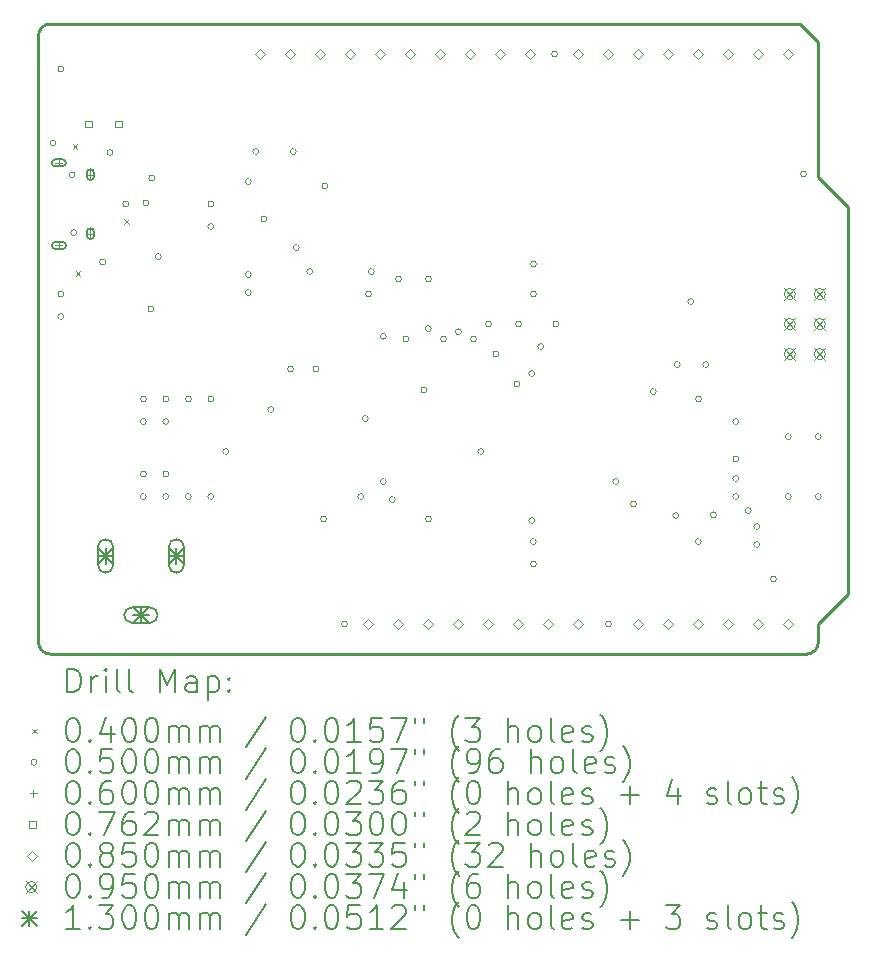
<source format=gbr>
%TF.GenerationSoftware,KiCad,Pcbnew,(6.0.10-0)*%
%TF.CreationDate,2023-01-08T15:52:06+01:00*%
%TF.ProjectId,Leonardo_Rev3d,4c656f6e-6172-4646-9f5f-52657633642e,3d*%
%TF.SameCoordinates,Original*%
%TF.FileFunction,Drillmap*%
%TF.FilePolarity,Positive*%
%FSLAX45Y45*%
G04 Gerber Fmt 4.5, Leading zero omitted, Abs format (unit mm)*
G04 Created by KiCad (PCBNEW (6.0.10-0)) date 2023-01-08 15:52:06*
%MOMM*%
%LPD*%
G01*
G04 APERTURE LIST*
%ADD10C,0.254000*%
%ADD11C,0.200000*%
%ADD12C,0.040000*%
%ADD13C,0.050000*%
%ADD14C,0.060000*%
%ADD15C,0.076200*%
%ADD16C,0.085000*%
%ADD17C,0.095000*%
%ADD18C,0.130000*%
G04 APERTURE END LIST*
D10*
X18025110Y-12913360D02*
X18025110Y-13067360D01*
X18025110Y-9128760D02*
X18279110Y-9382760D01*
X11421110Y-13067360D02*
X11421110Y-7933360D01*
X17872710Y-7833360D02*
X18025110Y-7985760D01*
X18279110Y-9382760D02*
X18279110Y-12659360D01*
X11421110Y-13067360D02*
G75*
G03*
X11521110Y-13167360I100000J0D01*
G01*
X18025110Y-7985760D02*
X18025110Y-9128760D01*
X11521110Y-7833360D02*
X17872710Y-7833360D01*
X17925110Y-13167360D02*
X11521110Y-13167360D01*
X11521110Y-7833360D02*
G75*
G03*
X11421110Y-7933360I0J-100000D01*
G01*
X17925110Y-13167360D02*
G75*
G03*
X18025110Y-13067360I0J100000D01*
G01*
X18279110Y-12659360D02*
X18025110Y-12913360D01*
D11*
D12*
X11712000Y-8850000D02*
X11752000Y-8890000D01*
X11752000Y-8850000D02*
X11712000Y-8890000D01*
X11737000Y-9925000D02*
X11777000Y-9965000D01*
X11777000Y-9925000D02*
X11737000Y-9965000D01*
X12144567Y-9487707D02*
X12184567Y-9527707D01*
X12184567Y-9487707D02*
X12144567Y-9527707D01*
D13*
X11570290Y-8840583D02*
G75*
G03*
X11570290Y-8840583I-25000J0D01*
G01*
X11636610Y-8214360D02*
G75*
G03*
X11636610Y-8214360I-25000J0D01*
G01*
X11636610Y-10119360D02*
G75*
G03*
X11636610Y-10119360I-25000J0D01*
G01*
X11636610Y-10309860D02*
G75*
G03*
X11636610Y-10309860I-25000J0D01*
G01*
X11732000Y-9110000D02*
G75*
G03*
X11732000Y-9110000I-25000J0D01*
G01*
X11746000Y-9599000D02*
G75*
G03*
X11746000Y-9599000I-25000J0D01*
G01*
X11991000Y-9848000D02*
G75*
G03*
X11991000Y-9848000I-25000J0D01*
G01*
X12053000Y-8921000D02*
G75*
G03*
X12053000Y-8921000I-25000J0D01*
G01*
X12186000Y-9355950D02*
G75*
G03*
X12186000Y-9355950I-25000J0D01*
G01*
X12335110Y-11008360D02*
G75*
G03*
X12335110Y-11008360I-25000J0D01*
G01*
X12335110Y-11198360D02*
G75*
G03*
X12335110Y-11198360I-25000J0D01*
G01*
X12335110Y-11643860D02*
G75*
G03*
X12335110Y-11643860I-25000J0D01*
G01*
X12335110Y-11833860D02*
G75*
G03*
X12335110Y-11833860I-25000J0D01*
G01*
X12356110Y-9347360D02*
G75*
G03*
X12356110Y-9347360I-25000J0D01*
G01*
X12398610Y-10246360D02*
G75*
G03*
X12398610Y-10246360I-25000J0D01*
G01*
X12406110Y-9137360D02*
G75*
G03*
X12406110Y-9137360I-25000J0D01*
G01*
X12462110Y-9801860D02*
G75*
G03*
X12462110Y-9801860I-25000J0D01*
G01*
X12525110Y-11643860D02*
G75*
G03*
X12525110Y-11643860I-25000J0D01*
G01*
X12525610Y-11008360D02*
G75*
G03*
X12525610Y-11008360I-25000J0D01*
G01*
X12525610Y-11198360D02*
G75*
G03*
X12525610Y-11198360I-25000J0D01*
G01*
X12525610Y-11833860D02*
G75*
G03*
X12525610Y-11833860I-25000J0D01*
G01*
X12716110Y-11008360D02*
G75*
G03*
X12716110Y-11008360I-25000J0D01*
G01*
X12716110Y-11833860D02*
G75*
G03*
X12716110Y-11833860I-25000J0D01*
G01*
X12906610Y-9357360D02*
G75*
G03*
X12906610Y-9357360I-25000J0D01*
G01*
X12906610Y-9547860D02*
G75*
G03*
X12906610Y-9547860I-25000J0D01*
G01*
X12906610Y-11008360D02*
G75*
G03*
X12906610Y-11008360I-25000J0D01*
G01*
X12906610Y-11833860D02*
G75*
G03*
X12906610Y-11833860I-25000J0D01*
G01*
X13033610Y-11452860D02*
G75*
G03*
X13033610Y-11452860I-25000J0D01*
G01*
X13224110Y-9166860D02*
G75*
G03*
X13224110Y-9166860I-25000J0D01*
G01*
X13224110Y-9954260D02*
G75*
G03*
X13224110Y-9954260I-25000J0D01*
G01*
X13224110Y-10106660D02*
G75*
G03*
X13224110Y-10106660I-25000J0D01*
G01*
X13287610Y-8912860D02*
G75*
G03*
X13287610Y-8912860I-25000J0D01*
G01*
X13355110Y-9484360D02*
G75*
G03*
X13355110Y-9484360I-25000J0D01*
G01*
X13414610Y-11097260D02*
G75*
G03*
X13414610Y-11097260I-25000J0D01*
G01*
X13579710Y-10754360D02*
G75*
G03*
X13579710Y-10754360I-25000J0D01*
G01*
X13605110Y-8912860D02*
G75*
G03*
X13605110Y-8912860I-25000J0D01*
G01*
X13630510Y-9725660D02*
G75*
G03*
X13630510Y-9725660I-25000J0D01*
G01*
X13744810Y-9928860D02*
G75*
G03*
X13744810Y-9928860I-25000J0D01*
G01*
X13795610Y-10754360D02*
G75*
G03*
X13795610Y-10754360I-25000J0D01*
G01*
X13859110Y-12024360D02*
G75*
G03*
X13859110Y-12024360I-25000J0D01*
G01*
X13871810Y-9204960D02*
G75*
G03*
X13871810Y-9204960I-25000J0D01*
G01*
X14036910Y-12913360D02*
G75*
G03*
X14036910Y-12913360I-25000J0D01*
G01*
X14176610Y-11833860D02*
G75*
G03*
X14176610Y-11833860I-25000J0D01*
G01*
X14214710Y-11173460D02*
G75*
G03*
X14214710Y-11173460I-25000J0D01*
G01*
X14240110Y-10119360D02*
G75*
G03*
X14240110Y-10119360I-25000J0D01*
G01*
X14265510Y-9928860D02*
G75*
G03*
X14265510Y-9928860I-25000J0D01*
G01*
X14367110Y-10477110D02*
G75*
G03*
X14367110Y-10477110I-25000J0D01*
G01*
X14367110Y-11706860D02*
G75*
G03*
X14367110Y-11706860I-25000J0D01*
G01*
X14443310Y-11859260D02*
G75*
G03*
X14443310Y-11859260I-25000J0D01*
G01*
X14494110Y-9992360D02*
G75*
G03*
X14494110Y-9992360I-25000J0D01*
G01*
X14557610Y-10500360D02*
G75*
G03*
X14557610Y-10500360I-25000J0D01*
G01*
X14710010Y-10932160D02*
G75*
G03*
X14710010Y-10932160I-25000J0D01*
G01*
X14748110Y-9992360D02*
G75*
G03*
X14748110Y-9992360I-25000J0D01*
G01*
X14748110Y-10411890D02*
G75*
G03*
X14748110Y-10411890I-25000J0D01*
G01*
X14748110Y-12024360D02*
G75*
G03*
X14748110Y-12024360I-25000J0D01*
G01*
X14875110Y-10500360D02*
G75*
G03*
X14875110Y-10500360I-25000J0D01*
G01*
X15002110Y-10438890D02*
G75*
G03*
X15002110Y-10438890I-25000J0D01*
G01*
X15129110Y-10500360D02*
G75*
G03*
X15129110Y-10500360I-25000J0D01*
G01*
X15192610Y-11452860D02*
G75*
G03*
X15192610Y-11452860I-25000J0D01*
G01*
X15256110Y-10373360D02*
G75*
G03*
X15256110Y-10373360I-25000J0D01*
G01*
X15319610Y-10627360D02*
G75*
G03*
X15319610Y-10627360I-25000J0D01*
G01*
X15497410Y-10881360D02*
G75*
G03*
X15497410Y-10881360I-25000J0D01*
G01*
X15510110Y-10373360D02*
G75*
G03*
X15510110Y-10373360I-25000J0D01*
G01*
X15624410Y-10792460D02*
G75*
G03*
X15624410Y-10792460I-25000J0D01*
G01*
X15624410Y-12037060D02*
G75*
G03*
X15624410Y-12037060I-25000J0D01*
G01*
X15637110Y-9865360D02*
G75*
G03*
X15637110Y-9865360I-25000J0D01*
G01*
X15637110Y-10119360D02*
G75*
G03*
X15637110Y-10119360I-25000J0D01*
G01*
X15637110Y-12214860D02*
G75*
G03*
X15637110Y-12214860I-25000J0D01*
G01*
X15637110Y-12405360D02*
G75*
G03*
X15637110Y-12405360I-25000J0D01*
G01*
X15700610Y-10563860D02*
G75*
G03*
X15700610Y-10563860I-25000J0D01*
G01*
X15814910Y-8087360D02*
G75*
G03*
X15814910Y-8087360I-25000J0D01*
G01*
X15827610Y-10373360D02*
G75*
G03*
X15827610Y-10373360I-25000J0D01*
G01*
X16272110Y-12913360D02*
G75*
G03*
X16272110Y-12913360I-25000J0D01*
G01*
X16335610Y-11706860D02*
G75*
G03*
X16335610Y-11706860I-25000J0D01*
G01*
X16485470Y-11897360D02*
G75*
G03*
X16485470Y-11897360I-25000J0D01*
G01*
X16653110Y-10944860D02*
G75*
G03*
X16653110Y-10944860I-25000J0D01*
G01*
X16843610Y-11994360D02*
G75*
G03*
X16843610Y-11994360I-25000J0D01*
G01*
X16856310Y-10716260D02*
G75*
G03*
X16856310Y-10716260I-25000J0D01*
G01*
X16970610Y-10182860D02*
G75*
G03*
X16970610Y-10182860I-25000J0D01*
G01*
X17034110Y-11008360D02*
G75*
G03*
X17034110Y-11008360I-25000J0D01*
G01*
X17034110Y-12214860D02*
G75*
G03*
X17034110Y-12214860I-25000J0D01*
G01*
X17097610Y-10716260D02*
G75*
G03*
X17097610Y-10716260I-25000J0D01*
G01*
X17161110Y-11988800D02*
G75*
G03*
X17161110Y-11988800I-25000J0D01*
G01*
X17351610Y-11198860D02*
G75*
G03*
X17351610Y-11198860I-25000J0D01*
G01*
X17351610Y-11516360D02*
G75*
G03*
X17351610Y-11516360I-25000J0D01*
G01*
X17351610Y-11681460D02*
G75*
G03*
X17351610Y-11681460I-25000J0D01*
G01*
X17351610Y-11833860D02*
G75*
G03*
X17351610Y-11833860I-25000J0D01*
G01*
X17455750Y-11953240D02*
G75*
G03*
X17455750Y-11953240I-25000J0D01*
G01*
X17529410Y-12087860D02*
G75*
G03*
X17529410Y-12087860I-25000J0D01*
G01*
X17529410Y-12240260D02*
G75*
G03*
X17529410Y-12240260I-25000J0D01*
G01*
X17669110Y-12532360D02*
G75*
G03*
X17669110Y-12532360I-25000J0D01*
G01*
X17796110Y-11325860D02*
G75*
G03*
X17796110Y-11325860I-25000J0D01*
G01*
X17796110Y-11833860D02*
G75*
G03*
X17796110Y-11833860I-25000J0D01*
G01*
X17923110Y-9103360D02*
G75*
G03*
X17923110Y-9103360I-25000J0D01*
G01*
X18050110Y-11325860D02*
G75*
G03*
X18050110Y-11325860I-25000J0D01*
G01*
X18050110Y-11833860D02*
G75*
G03*
X18050110Y-11833860I-25000J0D01*
G01*
D14*
X11594760Y-8978000D02*
X11594760Y-9038000D01*
X11564760Y-9008000D02*
X11624760Y-9008000D01*
D11*
X11565060Y-9038000D02*
X11624460Y-9038000D01*
X11565060Y-8978000D02*
X11624460Y-8978000D01*
X11624460Y-9038000D02*
G75*
G03*
X11624460Y-8978000I0J30000D01*
G01*
X11565060Y-8978000D02*
G75*
G03*
X11565060Y-9038000I0J-30000D01*
G01*
D14*
X11594760Y-9678000D02*
X11594760Y-9738000D01*
X11564760Y-9708000D02*
X11624760Y-9708000D01*
D11*
X11565060Y-9738000D02*
X11624460Y-9738000D01*
X11565060Y-9678000D02*
X11624460Y-9678000D01*
X11624460Y-9738000D02*
G75*
G03*
X11624460Y-9678000I0J30000D01*
G01*
X11565060Y-9678000D02*
G75*
G03*
X11565060Y-9738000I0J-30000D01*
G01*
D14*
X11862260Y-9078000D02*
X11862260Y-9138000D01*
X11832260Y-9108000D02*
X11892260Y-9108000D01*
D11*
X11832260Y-9093000D02*
X11832260Y-9123000D01*
X11892260Y-9093000D02*
X11892260Y-9123000D01*
X11832260Y-9123000D02*
G75*
G03*
X11892260Y-9123000I30000J0D01*
G01*
X11892260Y-9093000D02*
G75*
G03*
X11832260Y-9093000I-30000J0D01*
G01*
D14*
X11862260Y-9578000D02*
X11862260Y-9638000D01*
X11832260Y-9608000D02*
X11892260Y-9608000D01*
D11*
X11832260Y-9593000D02*
X11832260Y-9623000D01*
X11892260Y-9593000D02*
X11892260Y-9623000D01*
X11832260Y-9623000D02*
G75*
G03*
X11892260Y-9623000I30000J0D01*
G01*
X11892260Y-9593000D02*
G75*
G03*
X11832260Y-9593000I-30000J0D01*
G01*
D15*
X11873941Y-8707941D02*
X11873941Y-8654059D01*
X11820059Y-8654059D01*
X11820059Y-8707941D01*
X11873941Y-8707941D01*
X12127941Y-8707941D02*
X12127941Y-8654059D01*
X12074059Y-8654059D01*
X12074059Y-8707941D01*
X12127941Y-8707941D01*
D16*
X13300710Y-8129860D02*
X13343210Y-8087360D01*
X13300710Y-8044860D01*
X13258210Y-8087360D01*
X13300710Y-8129860D01*
X13554710Y-8129860D02*
X13597210Y-8087360D01*
X13554710Y-8044860D01*
X13512210Y-8087360D01*
X13554710Y-8129860D01*
X13808710Y-8129860D02*
X13851210Y-8087360D01*
X13808710Y-8044860D01*
X13766210Y-8087360D01*
X13808710Y-8129860D01*
X14062710Y-8129860D02*
X14105210Y-8087360D01*
X14062710Y-8044860D01*
X14020210Y-8087360D01*
X14062710Y-8129860D01*
X14215110Y-12955860D02*
X14257610Y-12913360D01*
X14215110Y-12870860D01*
X14172610Y-12913360D01*
X14215110Y-12955860D01*
X14316710Y-8129860D02*
X14359210Y-8087360D01*
X14316710Y-8044860D01*
X14274210Y-8087360D01*
X14316710Y-8129860D01*
X14469110Y-12955860D02*
X14511610Y-12913360D01*
X14469110Y-12870860D01*
X14426610Y-12913360D01*
X14469110Y-12955860D01*
X14570710Y-8129860D02*
X14613210Y-8087360D01*
X14570710Y-8044860D01*
X14528210Y-8087360D01*
X14570710Y-8129860D01*
X14723110Y-12955860D02*
X14765610Y-12913360D01*
X14723110Y-12870860D01*
X14680610Y-12913360D01*
X14723110Y-12955860D01*
X14824710Y-8129860D02*
X14867210Y-8087360D01*
X14824710Y-8044860D01*
X14782210Y-8087360D01*
X14824710Y-8129860D01*
X14977110Y-12955860D02*
X15019610Y-12913360D01*
X14977110Y-12870860D01*
X14934610Y-12913360D01*
X14977110Y-12955860D01*
X15078710Y-8129860D02*
X15121210Y-8087360D01*
X15078710Y-8044860D01*
X15036210Y-8087360D01*
X15078710Y-8129860D01*
X15231110Y-12955860D02*
X15273610Y-12913360D01*
X15231110Y-12870860D01*
X15188610Y-12913360D01*
X15231110Y-12955860D01*
X15332710Y-8129860D02*
X15375210Y-8087360D01*
X15332710Y-8044860D01*
X15290210Y-8087360D01*
X15332710Y-8129860D01*
X15485110Y-12955860D02*
X15527610Y-12913360D01*
X15485110Y-12870860D01*
X15442610Y-12913360D01*
X15485110Y-12955860D01*
X15586710Y-8129860D02*
X15629210Y-8087360D01*
X15586710Y-8044860D01*
X15544210Y-8087360D01*
X15586710Y-8129860D01*
X15739110Y-12955860D02*
X15781610Y-12913360D01*
X15739110Y-12870860D01*
X15696610Y-12913360D01*
X15739110Y-12955860D01*
X15993110Y-8129860D02*
X16035610Y-8087360D01*
X15993110Y-8044860D01*
X15950610Y-8087360D01*
X15993110Y-8129860D01*
X15993110Y-12955860D02*
X16035610Y-12913360D01*
X15993110Y-12870860D01*
X15950610Y-12913360D01*
X15993110Y-12955860D01*
X16247110Y-8129860D02*
X16289610Y-8087360D01*
X16247110Y-8044860D01*
X16204610Y-8087360D01*
X16247110Y-8129860D01*
X16501110Y-8129860D02*
X16543610Y-8087360D01*
X16501110Y-8044860D01*
X16458610Y-8087360D01*
X16501110Y-8129860D01*
X16501110Y-12955860D02*
X16543610Y-12913360D01*
X16501110Y-12870860D01*
X16458610Y-12913360D01*
X16501110Y-12955860D01*
X16755110Y-8129860D02*
X16797610Y-8087360D01*
X16755110Y-8044860D01*
X16712610Y-8087360D01*
X16755110Y-8129860D01*
X16755110Y-12955860D02*
X16797610Y-12913360D01*
X16755110Y-12870860D01*
X16712610Y-12913360D01*
X16755110Y-12955860D01*
X17009110Y-8129860D02*
X17051610Y-8087360D01*
X17009110Y-8044860D01*
X16966610Y-8087360D01*
X17009110Y-8129860D01*
X17009110Y-12955860D02*
X17051610Y-12913360D01*
X17009110Y-12870860D01*
X16966610Y-12913360D01*
X17009110Y-12955860D01*
X17263110Y-8129860D02*
X17305610Y-8087360D01*
X17263110Y-8044860D01*
X17220610Y-8087360D01*
X17263110Y-8129860D01*
X17263110Y-12955860D02*
X17305610Y-12913360D01*
X17263110Y-12870860D01*
X17220610Y-12913360D01*
X17263110Y-12955860D01*
X17517110Y-8129860D02*
X17559610Y-8087360D01*
X17517110Y-8044860D01*
X17474610Y-8087360D01*
X17517110Y-8129860D01*
X17517110Y-12955860D02*
X17559610Y-12913360D01*
X17517110Y-12870860D01*
X17474610Y-12913360D01*
X17517110Y-12955860D01*
X17771110Y-8129860D02*
X17813610Y-8087360D01*
X17771110Y-8044860D01*
X17728610Y-8087360D01*
X17771110Y-8129860D01*
X17771110Y-12955860D02*
X17813610Y-12913360D01*
X17771110Y-12870860D01*
X17728610Y-12913360D01*
X17771110Y-12955860D01*
D17*
X17736310Y-10071860D02*
X17831310Y-10166860D01*
X17831310Y-10071860D02*
X17736310Y-10166860D01*
X17831310Y-10119360D02*
G75*
G03*
X17831310Y-10119360I-47500J0D01*
G01*
X17736310Y-10325860D02*
X17831310Y-10420860D01*
X17831310Y-10325860D02*
X17736310Y-10420860D01*
X17831310Y-10373360D02*
G75*
G03*
X17831310Y-10373360I-47500J0D01*
G01*
X17736310Y-10579860D02*
X17831310Y-10674860D01*
X17831310Y-10579860D02*
X17736310Y-10674860D01*
X17831310Y-10627360D02*
G75*
G03*
X17831310Y-10627360I-47500J0D01*
G01*
X17990310Y-10071860D02*
X18085310Y-10166860D01*
X18085310Y-10071860D02*
X17990310Y-10166860D01*
X18085310Y-10119360D02*
G75*
G03*
X18085310Y-10119360I-47500J0D01*
G01*
X17990310Y-10325860D02*
X18085310Y-10420860D01*
X18085310Y-10325860D02*
X17990310Y-10420860D01*
X18085310Y-10373360D02*
G75*
G03*
X18085310Y-10373360I-47500J0D01*
G01*
X17990310Y-10579860D02*
X18085310Y-10674860D01*
X18085310Y-10579860D02*
X17990310Y-10674860D01*
X18085310Y-10627360D02*
G75*
G03*
X18085310Y-10627360I-47500J0D01*
G01*
D18*
X11925070Y-12271780D02*
X12055070Y-12401780D01*
X12055070Y-12271780D02*
X11925070Y-12401780D01*
X11990070Y-12271780D02*
X11990070Y-12401780D01*
X11925070Y-12336780D02*
X12055070Y-12336780D01*
D11*
X12055070Y-12413280D02*
X12055070Y-12260280D01*
X11925070Y-12413280D02*
X11925070Y-12260280D01*
X12055070Y-12260280D02*
G75*
G03*
X11925070Y-12260280I-65000J0D01*
G01*
X11925070Y-12413280D02*
G75*
G03*
X12055070Y-12413280I65000J0D01*
G01*
D18*
X12224790Y-12772160D02*
X12354790Y-12902160D01*
X12354790Y-12772160D02*
X12224790Y-12902160D01*
X12289790Y-12772160D02*
X12289790Y-12902160D01*
X12224790Y-12837160D02*
X12354790Y-12837160D01*
D11*
X12213290Y-12902160D02*
X12366290Y-12902160D01*
X12213290Y-12772160D02*
X12366290Y-12772160D01*
X12366290Y-12902160D02*
G75*
G03*
X12366290Y-12772160I0J65000D01*
G01*
X12213290Y-12772160D02*
G75*
G03*
X12213290Y-12902160I0J-65000D01*
G01*
D18*
X12524510Y-12271780D02*
X12654510Y-12401780D01*
X12654510Y-12271780D02*
X12524510Y-12401780D01*
X12589510Y-12271780D02*
X12589510Y-12401780D01*
X12524510Y-12336780D02*
X12654510Y-12336780D01*
D11*
X12654510Y-12413280D02*
X12654510Y-12260280D01*
X12524510Y-12413280D02*
X12524510Y-12260280D01*
X12654510Y-12260280D02*
G75*
G03*
X12524510Y-12260280I-65000J0D01*
G01*
X12524510Y-12413280D02*
G75*
G03*
X12654510Y-12413280I65000J0D01*
G01*
X11666029Y-13490536D02*
X11666029Y-13290536D01*
X11713648Y-13290536D01*
X11742219Y-13300060D01*
X11761267Y-13319108D01*
X11770791Y-13338155D01*
X11780315Y-13376250D01*
X11780315Y-13404822D01*
X11770791Y-13442917D01*
X11761267Y-13461965D01*
X11742219Y-13481012D01*
X11713648Y-13490536D01*
X11666029Y-13490536D01*
X11866029Y-13490536D02*
X11866029Y-13357203D01*
X11866029Y-13395298D02*
X11875553Y-13376250D01*
X11885077Y-13366727D01*
X11904124Y-13357203D01*
X11923172Y-13357203D01*
X11989838Y-13490536D02*
X11989838Y-13357203D01*
X11989838Y-13290536D02*
X11980315Y-13300060D01*
X11989838Y-13309584D01*
X11999362Y-13300060D01*
X11989838Y-13290536D01*
X11989838Y-13309584D01*
X12113648Y-13490536D02*
X12094600Y-13481012D01*
X12085077Y-13461965D01*
X12085077Y-13290536D01*
X12218410Y-13490536D02*
X12199362Y-13481012D01*
X12189838Y-13461965D01*
X12189838Y-13290536D01*
X12446981Y-13490536D02*
X12446981Y-13290536D01*
X12513648Y-13433393D01*
X12580315Y-13290536D01*
X12580315Y-13490536D01*
X12761267Y-13490536D02*
X12761267Y-13385774D01*
X12751743Y-13366727D01*
X12732696Y-13357203D01*
X12694600Y-13357203D01*
X12675553Y-13366727D01*
X12761267Y-13481012D02*
X12742219Y-13490536D01*
X12694600Y-13490536D01*
X12675553Y-13481012D01*
X12666029Y-13461965D01*
X12666029Y-13442917D01*
X12675553Y-13423869D01*
X12694600Y-13414346D01*
X12742219Y-13414346D01*
X12761267Y-13404822D01*
X12856505Y-13357203D02*
X12856505Y-13557203D01*
X12856505Y-13366727D02*
X12875553Y-13357203D01*
X12913648Y-13357203D01*
X12932696Y-13366727D01*
X12942219Y-13376250D01*
X12951743Y-13395298D01*
X12951743Y-13452441D01*
X12942219Y-13471488D01*
X12932696Y-13481012D01*
X12913648Y-13490536D01*
X12875553Y-13490536D01*
X12856505Y-13481012D01*
X13037458Y-13471488D02*
X13046981Y-13481012D01*
X13037458Y-13490536D01*
X13027934Y-13481012D01*
X13037458Y-13471488D01*
X13037458Y-13490536D01*
X13037458Y-13366727D02*
X13046981Y-13376250D01*
X13037458Y-13385774D01*
X13027934Y-13376250D01*
X13037458Y-13366727D01*
X13037458Y-13385774D01*
D12*
X11368410Y-13800060D02*
X11408410Y-13840060D01*
X11408410Y-13800060D02*
X11368410Y-13840060D01*
D11*
X11704124Y-13710536D02*
X11723172Y-13710536D01*
X11742219Y-13720060D01*
X11751743Y-13729584D01*
X11761267Y-13748631D01*
X11770791Y-13786727D01*
X11770791Y-13834346D01*
X11761267Y-13872441D01*
X11751743Y-13891488D01*
X11742219Y-13901012D01*
X11723172Y-13910536D01*
X11704124Y-13910536D01*
X11685077Y-13901012D01*
X11675553Y-13891488D01*
X11666029Y-13872441D01*
X11656505Y-13834346D01*
X11656505Y-13786727D01*
X11666029Y-13748631D01*
X11675553Y-13729584D01*
X11685077Y-13720060D01*
X11704124Y-13710536D01*
X11856505Y-13891488D02*
X11866029Y-13901012D01*
X11856505Y-13910536D01*
X11846981Y-13901012D01*
X11856505Y-13891488D01*
X11856505Y-13910536D01*
X12037458Y-13777203D02*
X12037458Y-13910536D01*
X11989838Y-13701012D02*
X11942219Y-13843869D01*
X12066029Y-13843869D01*
X12180315Y-13710536D02*
X12199362Y-13710536D01*
X12218410Y-13720060D01*
X12227934Y-13729584D01*
X12237458Y-13748631D01*
X12246981Y-13786727D01*
X12246981Y-13834346D01*
X12237458Y-13872441D01*
X12227934Y-13891488D01*
X12218410Y-13901012D01*
X12199362Y-13910536D01*
X12180315Y-13910536D01*
X12161267Y-13901012D01*
X12151743Y-13891488D01*
X12142219Y-13872441D01*
X12132696Y-13834346D01*
X12132696Y-13786727D01*
X12142219Y-13748631D01*
X12151743Y-13729584D01*
X12161267Y-13720060D01*
X12180315Y-13710536D01*
X12370791Y-13710536D02*
X12389838Y-13710536D01*
X12408886Y-13720060D01*
X12418410Y-13729584D01*
X12427934Y-13748631D01*
X12437458Y-13786727D01*
X12437458Y-13834346D01*
X12427934Y-13872441D01*
X12418410Y-13891488D01*
X12408886Y-13901012D01*
X12389838Y-13910536D01*
X12370791Y-13910536D01*
X12351743Y-13901012D01*
X12342219Y-13891488D01*
X12332696Y-13872441D01*
X12323172Y-13834346D01*
X12323172Y-13786727D01*
X12332696Y-13748631D01*
X12342219Y-13729584D01*
X12351743Y-13720060D01*
X12370791Y-13710536D01*
X12523172Y-13910536D02*
X12523172Y-13777203D01*
X12523172Y-13796250D02*
X12532696Y-13786727D01*
X12551743Y-13777203D01*
X12580315Y-13777203D01*
X12599362Y-13786727D01*
X12608886Y-13805774D01*
X12608886Y-13910536D01*
X12608886Y-13805774D02*
X12618410Y-13786727D01*
X12637458Y-13777203D01*
X12666029Y-13777203D01*
X12685077Y-13786727D01*
X12694600Y-13805774D01*
X12694600Y-13910536D01*
X12789838Y-13910536D02*
X12789838Y-13777203D01*
X12789838Y-13796250D02*
X12799362Y-13786727D01*
X12818410Y-13777203D01*
X12846981Y-13777203D01*
X12866029Y-13786727D01*
X12875553Y-13805774D01*
X12875553Y-13910536D01*
X12875553Y-13805774D02*
X12885077Y-13786727D01*
X12904124Y-13777203D01*
X12932696Y-13777203D01*
X12951743Y-13786727D01*
X12961267Y-13805774D01*
X12961267Y-13910536D01*
X13351743Y-13701012D02*
X13180315Y-13958155D01*
X13608886Y-13710536D02*
X13627934Y-13710536D01*
X13646981Y-13720060D01*
X13656505Y-13729584D01*
X13666029Y-13748631D01*
X13675553Y-13786727D01*
X13675553Y-13834346D01*
X13666029Y-13872441D01*
X13656505Y-13891488D01*
X13646981Y-13901012D01*
X13627934Y-13910536D01*
X13608886Y-13910536D01*
X13589838Y-13901012D01*
X13580315Y-13891488D01*
X13570791Y-13872441D01*
X13561267Y-13834346D01*
X13561267Y-13786727D01*
X13570791Y-13748631D01*
X13580315Y-13729584D01*
X13589838Y-13720060D01*
X13608886Y-13710536D01*
X13761267Y-13891488D02*
X13770791Y-13901012D01*
X13761267Y-13910536D01*
X13751743Y-13901012D01*
X13761267Y-13891488D01*
X13761267Y-13910536D01*
X13894600Y-13710536D02*
X13913648Y-13710536D01*
X13932696Y-13720060D01*
X13942219Y-13729584D01*
X13951743Y-13748631D01*
X13961267Y-13786727D01*
X13961267Y-13834346D01*
X13951743Y-13872441D01*
X13942219Y-13891488D01*
X13932696Y-13901012D01*
X13913648Y-13910536D01*
X13894600Y-13910536D01*
X13875553Y-13901012D01*
X13866029Y-13891488D01*
X13856505Y-13872441D01*
X13846981Y-13834346D01*
X13846981Y-13786727D01*
X13856505Y-13748631D01*
X13866029Y-13729584D01*
X13875553Y-13720060D01*
X13894600Y-13710536D01*
X14151743Y-13910536D02*
X14037458Y-13910536D01*
X14094600Y-13910536D02*
X14094600Y-13710536D01*
X14075553Y-13739108D01*
X14056505Y-13758155D01*
X14037458Y-13767679D01*
X14332696Y-13710536D02*
X14237458Y-13710536D01*
X14227934Y-13805774D01*
X14237458Y-13796250D01*
X14256505Y-13786727D01*
X14304124Y-13786727D01*
X14323172Y-13796250D01*
X14332696Y-13805774D01*
X14342219Y-13824822D01*
X14342219Y-13872441D01*
X14332696Y-13891488D01*
X14323172Y-13901012D01*
X14304124Y-13910536D01*
X14256505Y-13910536D01*
X14237458Y-13901012D01*
X14227934Y-13891488D01*
X14408886Y-13710536D02*
X14542219Y-13710536D01*
X14456505Y-13910536D01*
X14608886Y-13710536D02*
X14608886Y-13748631D01*
X14685077Y-13710536D02*
X14685077Y-13748631D01*
X14980315Y-13986727D02*
X14970791Y-13977203D01*
X14951743Y-13948631D01*
X14942219Y-13929584D01*
X14932696Y-13901012D01*
X14923172Y-13853393D01*
X14923172Y-13815298D01*
X14932696Y-13767679D01*
X14942219Y-13739108D01*
X14951743Y-13720060D01*
X14970791Y-13691488D01*
X14980315Y-13681965D01*
X15037458Y-13710536D02*
X15161267Y-13710536D01*
X15094600Y-13786727D01*
X15123172Y-13786727D01*
X15142219Y-13796250D01*
X15151743Y-13805774D01*
X15161267Y-13824822D01*
X15161267Y-13872441D01*
X15151743Y-13891488D01*
X15142219Y-13901012D01*
X15123172Y-13910536D01*
X15066029Y-13910536D01*
X15046981Y-13901012D01*
X15037458Y-13891488D01*
X15399362Y-13910536D02*
X15399362Y-13710536D01*
X15485077Y-13910536D02*
X15485077Y-13805774D01*
X15475553Y-13786727D01*
X15456505Y-13777203D01*
X15427934Y-13777203D01*
X15408886Y-13786727D01*
X15399362Y-13796250D01*
X15608886Y-13910536D02*
X15589838Y-13901012D01*
X15580315Y-13891488D01*
X15570791Y-13872441D01*
X15570791Y-13815298D01*
X15580315Y-13796250D01*
X15589838Y-13786727D01*
X15608886Y-13777203D01*
X15637458Y-13777203D01*
X15656505Y-13786727D01*
X15666029Y-13796250D01*
X15675553Y-13815298D01*
X15675553Y-13872441D01*
X15666029Y-13891488D01*
X15656505Y-13901012D01*
X15637458Y-13910536D01*
X15608886Y-13910536D01*
X15789838Y-13910536D02*
X15770791Y-13901012D01*
X15761267Y-13881965D01*
X15761267Y-13710536D01*
X15942219Y-13901012D02*
X15923172Y-13910536D01*
X15885077Y-13910536D01*
X15866029Y-13901012D01*
X15856505Y-13881965D01*
X15856505Y-13805774D01*
X15866029Y-13786727D01*
X15885077Y-13777203D01*
X15923172Y-13777203D01*
X15942219Y-13786727D01*
X15951743Y-13805774D01*
X15951743Y-13824822D01*
X15856505Y-13843869D01*
X16027934Y-13901012D02*
X16046981Y-13910536D01*
X16085077Y-13910536D01*
X16104124Y-13901012D01*
X16113648Y-13881965D01*
X16113648Y-13872441D01*
X16104124Y-13853393D01*
X16085077Y-13843869D01*
X16056505Y-13843869D01*
X16037458Y-13834346D01*
X16027934Y-13815298D01*
X16027934Y-13805774D01*
X16037458Y-13786727D01*
X16056505Y-13777203D01*
X16085077Y-13777203D01*
X16104124Y-13786727D01*
X16180315Y-13986727D02*
X16189838Y-13977203D01*
X16208886Y-13948631D01*
X16218410Y-13929584D01*
X16227934Y-13901012D01*
X16237458Y-13853393D01*
X16237458Y-13815298D01*
X16227934Y-13767679D01*
X16218410Y-13739108D01*
X16208886Y-13720060D01*
X16189838Y-13691488D01*
X16180315Y-13681965D01*
D13*
X11408410Y-14084060D02*
G75*
G03*
X11408410Y-14084060I-25000J0D01*
G01*
D11*
X11704124Y-13974536D02*
X11723172Y-13974536D01*
X11742219Y-13984060D01*
X11751743Y-13993584D01*
X11761267Y-14012631D01*
X11770791Y-14050727D01*
X11770791Y-14098346D01*
X11761267Y-14136441D01*
X11751743Y-14155488D01*
X11742219Y-14165012D01*
X11723172Y-14174536D01*
X11704124Y-14174536D01*
X11685077Y-14165012D01*
X11675553Y-14155488D01*
X11666029Y-14136441D01*
X11656505Y-14098346D01*
X11656505Y-14050727D01*
X11666029Y-14012631D01*
X11675553Y-13993584D01*
X11685077Y-13984060D01*
X11704124Y-13974536D01*
X11856505Y-14155488D02*
X11866029Y-14165012D01*
X11856505Y-14174536D01*
X11846981Y-14165012D01*
X11856505Y-14155488D01*
X11856505Y-14174536D01*
X12046981Y-13974536D02*
X11951743Y-13974536D01*
X11942219Y-14069774D01*
X11951743Y-14060250D01*
X11970791Y-14050727D01*
X12018410Y-14050727D01*
X12037458Y-14060250D01*
X12046981Y-14069774D01*
X12056505Y-14088822D01*
X12056505Y-14136441D01*
X12046981Y-14155488D01*
X12037458Y-14165012D01*
X12018410Y-14174536D01*
X11970791Y-14174536D01*
X11951743Y-14165012D01*
X11942219Y-14155488D01*
X12180315Y-13974536D02*
X12199362Y-13974536D01*
X12218410Y-13984060D01*
X12227934Y-13993584D01*
X12237458Y-14012631D01*
X12246981Y-14050727D01*
X12246981Y-14098346D01*
X12237458Y-14136441D01*
X12227934Y-14155488D01*
X12218410Y-14165012D01*
X12199362Y-14174536D01*
X12180315Y-14174536D01*
X12161267Y-14165012D01*
X12151743Y-14155488D01*
X12142219Y-14136441D01*
X12132696Y-14098346D01*
X12132696Y-14050727D01*
X12142219Y-14012631D01*
X12151743Y-13993584D01*
X12161267Y-13984060D01*
X12180315Y-13974536D01*
X12370791Y-13974536D02*
X12389838Y-13974536D01*
X12408886Y-13984060D01*
X12418410Y-13993584D01*
X12427934Y-14012631D01*
X12437458Y-14050727D01*
X12437458Y-14098346D01*
X12427934Y-14136441D01*
X12418410Y-14155488D01*
X12408886Y-14165012D01*
X12389838Y-14174536D01*
X12370791Y-14174536D01*
X12351743Y-14165012D01*
X12342219Y-14155488D01*
X12332696Y-14136441D01*
X12323172Y-14098346D01*
X12323172Y-14050727D01*
X12332696Y-14012631D01*
X12342219Y-13993584D01*
X12351743Y-13984060D01*
X12370791Y-13974536D01*
X12523172Y-14174536D02*
X12523172Y-14041203D01*
X12523172Y-14060250D02*
X12532696Y-14050727D01*
X12551743Y-14041203D01*
X12580315Y-14041203D01*
X12599362Y-14050727D01*
X12608886Y-14069774D01*
X12608886Y-14174536D01*
X12608886Y-14069774D02*
X12618410Y-14050727D01*
X12637458Y-14041203D01*
X12666029Y-14041203D01*
X12685077Y-14050727D01*
X12694600Y-14069774D01*
X12694600Y-14174536D01*
X12789838Y-14174536D02*
X12789838Y-14041203D01*
X12789838Y-14060250D02*
X12799362Y-14050727D01*
X12818410Y-14041203D01*
X12846981Y-14041203D01*
X12866029Y-14050727D01*
X12875553Y-14069774D01*
X12875553Y-14174536D01*
X12875553Y-14069774D02*
X12885077Y-14050727D01*
X12904124Y-14041203D01*
X12932696Y-14041203D01*
X12951743Y-14050727D01*
X12961267Y-14069774D01*
X12961267Y-14174536D01*
X13351743Y-13965012D02*
X13180315Y-14222155D01*
X13608886Y-13974536D02*
X13627934Y-13974536D01*
X13646981Y-13984060D01*
X13656505Y-13993584D01*
X13666029Y-14012631D01*
X13675553Y-14050727D01*
X13675553Y-14098346D01*
X13666029Y-14136441D01*
X13656505Y-14155488D01*
X13646981Y-14165012D01*
X13627934Y-14174536D01*
X13608886Y-14174536D01*
X13589838Y-14165012D01*
X13580315Y-14155488D01*
X13570791Y-14136441D01*
X13561267Y-14098346D01*
X13561267Y-14050727D01*
X13570791Y-14012631D01*
X13580315Y-13993584D01*
X13589838Y-13984060D01*
X13608886Y-13974536D01*
X13761267Y-14155488D02*
X13770791Y-14165012D01*
X13761267Y-14174536D01*
X13751743Y-14165012D01*
X13761267Y-14155488D01*
X13761267Y-14174536D01*
X13894600Y-13974536D02*
X13913648Y-13974536D01*
X13932696Y-13984060D01*
X13942219Y-13993584D01*
X13951743Y-14012631D01*
X13961267Y-14050727D01*
X13961267Y-14098346D01*
X13951743Y-14136441D01*
X13942219Y-14155488D01*
X13932696Y-14165012D01*
X13913648Y-14174536D01*
X13894600Y-14174536D01*
X13875553Y-14165012D01*
X13866029Y-14155488D01*
X13856505Y-14136441D01*
X13846981Y-14098346D01*
X13846981Y-14050727D01*
X13856505Y-14012631D01*
X13866029Y-13993584D01*
X13875553Y-13984060D01*
X13894600Y-13974536D01*
X14151743Y-14174536D02*
X14037458Y-14174536D01*
X14094600Y-14174536D02*
X14094600Y-13974536D01*
X14075553Y-14003108D01*
X14056505Y-14022155D01*
X14037458Y-14031679D01*
X14246981Y-14174536D02*
X14285077Y-14174536D01*
X14304124Y-14165012D01*
X14313648Y-14155488D01*
X14332696Y-14126917D01*
X14342219Y-14088822D01*
X14342219Y-14012631D01*
X14332696Y-13993584D01*
X14323172Y-13984060D01*
X14304124Y-13974536D01*
X14266029Y-13974536D01*
X14246981Y-13984060D01*
X14237458Y-13993584D01*
X14227934Y-14012631D01*
X14227934Y-14060250D01*
X14237458Y-14079298D01*
X14246981Y-14088822D01*
X14266029Y-14098346D01*
X14304124Y-14098346D01*
X14323172Y-14088822D01*
X14332696Y-14079298D01*
X14342219Y-14060250D01*
X14408886Y-13974536D02*
X14542219Y-13974536D01*
X14456505Y-14174536D01*
X14608886Y-13974536D02*
X14608886Y-14012631D01*
X14685077Y-13974536D02*
X14685077Y-14012631D01*
X14980315Y-14250727D02*
X14970791Y-14241203D01*
X14951743Y-14212631D01*
X14942219Y-14193584D01*
X14932696Y-14165012D01*
X14923172Y-14117393D01*
X14923172Y-14079298D01*
X14932696Y-14031679D01*
X14942219Y-14003108D01*
X14951743Y-13984060D01*
X14970791Y-13955488D01*
X14980315Y-13945965D01*
X15066029Y-14174536D02*
X15104124Y-14174536D01*
X15123172Y-14165012D01*
X15132696Y-14155488D01*
X15151743Y-14126917D01*
X15161267Y-14088822D01*
X15161267Y-14012631D01*
X15151743Y-13993584D01*
X15142219Y-13984060D01*
X15123172Y-13974536D01*
X15085077Y-13974536D01*
X15066029Y-13984060D01*
X15056505Y-13993584D01*
X15046981Y-14012631D01*
X15046981Y-14060250D01*
X15056505Y-14079298D01*
X15066029Y-14088822D01*
X15085077Y-14098346D01*
X15123172Y-14098346D01*
X15142219Y-14088822D01*
X15151743Y-14079298D01*
X15161267Y-14060250D01*
X15332696Y-13974536D02*
X15294600Y-13974536D01*
X15275553Y-13984060D01*
X15266029Y-13993584D01*
X15246981Y-14022155D01*
X15237458Y-14060250D01*
X15237458Y-14136441D01*
X15246981Y-14155488D01*
X15256505Y-14165012D01*
X15275553Y-14174536D01*
X15313648Y-14174536D01*
X15332696Y-14165012D01*
X15342219Y-14155488D01*
X15351743Y-14136441D01*
X15351743Y-14088822D01*
X15342219Y-14069774D01*
X15332696Y-14060250D01*
X15313648Y-14050727D01*
X15275553Y-14050727D01*
X15256505Y-14060250D01*
X15246981Y-14069774D01*
X15237458Y-14088822D01*
X15589838Y-14174536D02*
X15589838Y-13974536D01*
X15675553Y-14174536D02*
X15675553Y-14069774D01*
X15666029Y-14050727D01*
X15646981Y-14041203D01*
X15618410Y-14041203D01*
X15599362Y-14050727D01*
X15589838Y-14060250D01*
X15799362Y-14174536D02*
X15780315Y-14165012D01*
X15770791Y-14155488D01*
X15761267Y-14136441D01*
X15761267Y-14079298D01*
X15770791Y-14060250D01*
X15780315Y-14050727D01*
X15799362Y-14041203D01*
X15827934Y-14041203D01*
X15846981Y-14050727D01*
X15856505Y-14060250D01*
X15866029Y-14079298D01*
X15866029Y-14136441D01*
X15856505Y-14155488D01*
X15846981Y-14165012D01*
X15827934Y-14174536D01*
X15799362Y-14174536D01*
X15980315Y-14174536D02*
X15961267Y-14165012D01*
X15951743Y-14145965D01*
X15951743Y-13974536D01*
X16132696Y-14165012D02*
X16113648Y-14174536D01*
X16075553Y-14174536D01*
X16056505Y-14165012D01*
X16046981Y-14145965D01*
X16046981Y-14069774D01*
X16056505Y-14050727D01*
X16075553Y-14041203D01*
X16113648Y-14041203D01*
X16132696Y-14050727D01*
X16142219Y-14069774D01*
X16142219Y-14088822D01*
X16046981Y-14107869D01*
X16218410Y-14165012D02*
X16237458Y-14174536D01*
X16275553Y-14174536D01*
X16294600Y-14165012D01*
X16304124Y-14145965D01*
X16304124Y-14136441D01*
X16294600Y-14117393D01*
X16275553Y-14107869D01*
X16246981Y-14107869D01*
X16227934Y-14098346D01*
X16218410Y-14079298D01*
X16218410Y-14069774D01*
X16227934Y-14050727D01*
X16246981Y-14041203D01*
X16275553Y-14041203D01*
X16294600Y-14050727D01*
X16370791Y-14250727D02*
X16380315Y-14241203D01*
X16399362Y-14212631D01*
X16408886Y-14193584D01*
X16418410Y-14165012D01*
X16427934Y-14117393D01*
X16427934Y-14079298D01*
X16418410Y-14031679D01*
X16408886Y-14003108D01*
X16399362Y-13984060D01*
X16380315Y-13955488D01*
X16370791Y-13945965D01*
D14*
X11378410Y-14318060D02*
X11378410Y-14378060D01*
X11348410Y-14348060D02*
X11408410Y-14348060D01*
D11*
X11704124Y-14238536D02*
X11723172Y-14238536D01*
X11742219Y-14248060D01*
X11751743Y-14257584D01*
X11761267Y-14276631D01*
X11770791Y-14314727D01*
X11770791Y-14362346D01*
X11761267Y-14400441D01*
X11751743Y-14419488D01*
X11742219Y-14429012D01*
X11723172Y-14438536D01*
X11704124Y-14438536D01*
X11685077Y-14429012D01*
X11675553Y-14419488D01*
X11666029Y-14400441D01*
X11656505Y-14362346D01*
X11656505Y-14314727D01*
X11666029Y-14276631D01*
X11675553Y-14257584D01*
X11685077Y-14248060D01*
X11704124Y-14238536D01*
X11856505Y-14419488D02*
X11866029Y-14429012D01*
X11856505Y-14438536D01*
X11846981Y-14429012D01*
X11856505Y-14419488D01*
X11856505Y-14438536D01*
X12037458Y-14238536D02*
X11999362Y-14238536D01*
X11980315Y-14248060D01*
X11970791Y-14257584D01*
X11951743Y-14286155D01*
X11942219Y-14324250D01*
X11942219Y-14400441D01*
X11951743Y-14419488D01*
X11961267Y-14429012D01*
X11980315Y-14438536D01*
X12018410Y-14438536D01*
X12037458Y-14429012D01*
X12046981Y-14419488D01*
X12056505Y-14400441D01*
X12056505Y-14352822D01*
X12046981Y-14333774D01*
X12037458Y-14324250D01*
X12018410Y-14314727D01*
X11980315Y-14314727D01*
X11961267Y-14324250D01*
X11951743Y-14333774D01*
X11942219Y-14352822D01*
X12180315Y-14238536D02*
X12199362Y-14238536D01*
X12218410Y-14248060D01*
X12227934Y-14257584D01*
X12237458Y-14276631D01*
X12246981Y-14314727D01*
X12246981Y-14362346D01*
X12237458Y-14400441D01*
X12227934Y-14419488D01*
X12218410Y-14429012D01*
X12199362Y-14438536D01*
X12180315Y-14438536D01*
X12161267Y-14429012D01*
X12151743Y-14419488D01*
X12142219Y-14400441D01*
X12132696Y-14362346D01*
X12132696Y-14314727D01*
X12142219Y-14276631D01*
X12151743Y-14257584D01*
X12161267Y-14248060D01*
X12180315Y-14238536D01*
X12370791Y-14238536D02*
X12389838Y-14238536D01*
X12408886Y-14248060D01*
X12418410Y-14257584D01*
X12427934Y-14276631D01*
X12437458Y-14314727D01*
X12437458Y-14362346D01*
X12427934Y-14400441D01*
X12418410Y-14419488D01*
X12408886Y-14429012D01*
X12389838Y-14438536D01*
X12370791Y-14438536D01*
X12351743Y-14429012D01*
X12342219Y-14419488D01*
X12332696Y-14400441D01*
X12323172Y-14362346D01*
X12323172Y-14314727D01*
X12332696Y-14276631D01*
X12342219Y-14257584D01*
X12351743Y-14248060D01*
X12370791Y-14238536D01*
X12523172Y-14438536D02*
X12523172Y-14305203D01*
X12523172Y-14324250D02*
X12532696Y-14314727D01*
X12551743Y-14305203D01*
X12580315Y-14305203D01*
X12599362Y-14314727D01*
X12608886Y-14333774D01*
X12608886Y-14438536D01*
X12608886Y-14333774D02*
X12618410Y-14314727D01*
X12637458Y-14305203D01*
X12666029Y-14305203D01*
X12685077Y-14314727D01*
X12694600Y-14333774D01*
X12694600Y-14438536D01*
X12789838Y-14438536D02*
X12789838Y-14305203D01*
X12789838Y-14324250D02*
X12799362Y-14314727D01*
X12818410Y-14305203D01*
X12846981Y-14305203D01*
X12866029Y-14314727D01*
X12875553Y-14333774D01*
X12875553Y-14438536D01*
X12875553Y-14333774D02*
X12885077Y-14314727D01*
X12904124Y-14305203D01*
X12932696Y-14305203D01*
X12951743Y-14314727D01*
X12961267Y-14333774D01*
X12961267Y-14438536D01*
X13351743Y-14229012D02*
X13180315Y-14486155D01*
X13608886Y-14238536D02*
X13627934Y-14238536D01*
X13646981Y-14248060D01*
X13656505Y-14257584D01*
X13666029Y-14276631D01*
X13675553Y-14314727D01*
X13675553Y-14362346D01*
X13666029Y-14400441D01*
X13656505Y-14419488D01*
X13646981Y-14429012D01*
X13627934Y-14438536D01*
X13608886Y-14438536D01*
X13589838Y-14429012D01*
X13580315Y-14419488D01*
X13570791Y-14400441D01*
X13561267Y-14362346D01*
X13561267Y-14314727D01*
X13570791Y-14276631D01*
X13580315Y-14257584D01*
X13589838Y-14248060D01*
X13608886Y-14238536D01*
X13761267Y-14419488D02*
X13770791Y-14429012D01*
X13761267Y-14438536D01*
X13751743Y-14429012D01*
X13761267Y-14419488D01*
X13761267Y-14438536D01*
X13894600Y-14238536D02*
X13913648Y-14238536D01*
X13932696Y-14248060D01*
X13942219Y-14257584D01*
X13951743Y-14276631D01*
X13961267Y-14314727D01*
X13961267Y-14362346D01*
X13951743Y-14400441D01*
X13942219Y-14419488D01*
X13932696Y-14429012D01*
X13913648Y-14438536D01*
X13894600Y-14438536D01*
X13875553Y-14429012D01*
X13866029Y-14419488D01*
X13856505Y-14400441D01*
X13846981Y-14362346D01*
X13846981Y-14314727D01*
X13856505Y-14276631D01*
X13866029Y-14257584D01*
X13875553Y-14248060D01*
X13894600Y-14238536D01*
X14037458Y-14257584D02*
X14046981Y-14248060D01*
X14066029Y-14238536D01*
X14113648Y-14238536D01*
X14132696Y-14248060D01*
X14142219Y-14257584D01*
X14151743Y-14276631D01*
X14151743Y-14295679D01*
X14142219Y-14324250D01*
X14027934Y-14438536D01*
X14151743Y-14438536D01*
X14218410Y-14238536D02*
X14342219Y-14238536D01*
X14275553Y-14314727D01*
X14304124Y-14314727D01*
X14323172Y-14324250D01*
X14332696Y-14333774D01*
X14342219Y-14352822D01*
X14342219Y-14400441D01*
X14332696Y-14419488D01*
X14323172Y-14429012D01*
X14304124Y-14438536D01*
X14246981Y-14438536D01*
X14227934Y-14429012D01*
X14218410Y-14419488D01*
X14513648Y-14238536D02*
X14475553Y-14238536D01*
X14456505Y-14248060D01*
X14446981Y-14257584D01*
X14427934Y-14286155D01*
X14418410Y-14324250D01*
X14418410Y-14400441D01*
X14427934Y-14419488D01*
X14437458Y-14429012D01*
X14456505Y-14438536D01*
X14494600Y-14438536D01*
X14513648Y-14429012D01*
X14523172Y-14419488D01*
X14532696Y-14400441D01*
X14532696Y-14352822D01*
X14523172Y-14333774D01*
X14513648Y-14324250D01*
X14494600Y-14314727D01*
X14456505Y-14314727D01*
X14437458Y-14324250D01*
X14427934Y-14333774D01*
X14418410Y-14352822D01*
X14608886Y-14238536D02*
X14608886Y-14276631D01*
X14685077Y-14238536D02*
X14685077Y-14276631D01*
X14980315Y-14514727D02*
X14970791Y-14505203D01*
X14951743Y-14476631D01*
X14942219Y-14457584D01*
X14932696Y-14429012D01*
X14923172Y-14381393D01*
X14923172Y-14343298D01*
X14932696Y-14295679D01*
X14942219Y-14267108D01*
X14951743Y-14248060D01*
X14970791Y-14219488D01*
X14980315Y-14209965D01*
X15094600Y-14238536D02*
X15113648Y-14238536D01*
X15132696Y-14248060D01*
X15142219Y-14257584D01*
X15151743Y-14276631D01*
X15161267Y-14314727D01*
X15161267Y-14362346D01*
X15151743Y-14400441D01*
X15142219Y-14419488D01*
X15132696Y-14429012D01*
X15113648Y-14438536D01*
X15094600Y-14438536D01*
X15075553Y-14429012D01*
X15066029Y-14419488D01*
X15056505Y-14400441D01*
X15046981Y-14362346D01*
X15046981Y-14314727D01*
X15056505Y-14276631D01*
X15066029Y-14257584D01*
X15075553Y-14248060D01*
X15094600Y-14238536D01*
X15399362Y-14438536D02*
X15399362Y-14238536D01*
X15485077Y-14438536D02*
X15485077Y-14333774D01*
X15475553Y-14314727D01*
X15456505Y-14305203D01*
X15427934Y-14305203D01*
X15408886Y-14314727D01*
X15399362Y-14324250D01*
X15608886Y-14438536D02*
X15589838Y-14429012D01*
X15580315Y-14419488D01*
X15570791Y-14400441D01*
X15570791Y-14343298D01*
X15580315Y-14324250D01*
X15589838Y-14314727D01*
X15608886Y-14305203D01*
X15637458Y-14305203D01*
X15656505Y-14314727D01*
X15666029Y-14324250D01*
X15675553Y-14343298D01*
X15675553Y-14400441D01*
X15666029Y-14419488D01*
X15656505Y-14429012D01*
X15637458Y-14438536D01*
X15608886Y-14438536D01*
X15789838Y-14438536D02*
X15770791Y-14429012D01*
X15761267Y-14409965D01*
X15761267Y-14238536D01*
X15942219Y-14429012D02*
X15923172Y-14438536D01*
X15885077Y-14438536D01*
X15866029Y-14429012D01*
X15856505Y-14409965D01*
X15856505Y-14333774D01*
X15866029Y-14314727D01*
X15885077Y-14305203D01*
X15923172Y-14305203D01*
X15942219Y-14314727D01*
X15951743Y-14333774D01*
X15951743Y-14352822D01*
X15856505Y-14371869D01*
X16027934Y-14429012D02*
X16046981Y-14438536D01*
X16085077Y-14438536D01*
X16104124Y-14429012D01*
X16113648Y-14409965D01*
X16113648Y-14400441D01*
X16104124Y-14381393D01*
X16085077Y-14371869D01*
X16056505Y-14371869D01*
X16037458Y-14362346D01*
X16027934Y-14343298D01*
X16027934Y-14333774D01*
X16037458Y-14314727D01*
X16056505Y-14305203D01*
X16085077Y-14305203D01*
X16104124Y-14314727D01*
X16351743Y-14362346D02*
X16504124Y-14362346D01*
X16427934Y-14438536D02*
X16427934Y-14286155D01*
X16837458Y-14305203D02*
X16837458Y-14438536D01*
X16789839Y-14229012D02*
X16742219Y-14371869D01*
X16866029Y-14371869D01*
X17085077Y-14429012D02*
X17104124Y-14438536D01*
X17142220Y-14438536D01*
X17161267Y-14429012D01*
X17170791Y-14409965D01*
X17170791Y-14400441D01*
X17161267Y-14381393D01*
X17142220Y-14371869D01*
X17113648Y-14371869D01*
X17094600Y-14362346D01*
X17085077Y-14343298D01*
X17085077Y-14333774D01*
X17094600Y-14314727D01*
X17113648Y-14305203D01*
X17142220Y-14305203D01*
X17161267Y-14314727D01*
X17285077Y-14438536D02*
X17266029Y-14429012D01*
X17256505Y-14409965D01*
X17256505Y-14238536D01*
X17389839Y-14438536D02*
X17370791Y-14429012D01*
X17361267Y-14419488D01*
X17351743Y-14400441D01*
X17351743Y-14343298D01*
X17361267Y-14324250D01*
X17370791Y-14314727D01*
X17389839Y-14305203D01*
X17418410Y-14305203D01*
X17437458Y-14314727D01*
X17446981Y-14324250D01*
X17456505Y-14343298D01*
X17456505Y-14400441D01*
X17446981Y-14419488D01*
X17437458Y-14429012D01*
X17418410Y-14438536D01*
X17389839Y-14438536D01*
X17513648Y-14305203D02*
X17589839Y-14305203D01*
X17542220Y-14238536D02*
X17542220Y-14409965D01*
X17551743Y-14429012D01*
X17570791Y-14438536D01*
X17589839Y-14438536D01*
X17646981Y-14429012D02*
X17666029Y-14438536D01*
X17704124Y-14438536D01*
X17723172Y-14429012D01*
X17732696Y-14409965D01*
X17732696Y-14400441D01*
X17723172Y-14381393D01*
X17704124Y-14371869D01*
X17675553Y-14371869D01*
X17656505Y-14362346D01*
X17646981Y-14343298D01*
X17646981Y-14333774D01*
X17656505Y-14314727D01*
X17675553Y-14305203D01*
X17704124Y-14305203D01*
X17723172Y-14314727D01*
X17799362Y-14514727D02*
X17808886Y-14505203D01*
X17827934Y-14476631D01*
X17837458Y-14457584D01*
X17846981Y-14429012D01*
X17856505Y-14381393D01*
X17856505Y-14343298D01*
X17846981Y-14295679D01*
X17837458Y-14267108D01*
X17827934Y-14248060D01*
X17808886Y-14219488D01*
X17799362Y-14209965D01*
D15*
X11397251Y-14639001D02*
X11397251Y-14585119D01*
X11343369Y-14585119D01*
X11343369Y-14639001D01*
X11397251Y-14639001D01*
D11*
X11704124Y-14502536D02*
X11723172Y-14502536D01*
X11742219Y-14512060D01*
X11751743Y-14521584D01*
X11761267Y-14540631D01*
X11770791Y-14578727D01*
X11770791Y-14626346D01*
X11761267Y-14664441D01*
X11751743Y-14683488D01*
X11742219Y-14693012D01*
X11723172Y-14702536D01*
X11704124Y-14702536D01*
X11685077Y-14693012D01*
X11675553Y-14683488D01*
X11666029Y-14664441D01*
X11656505Y-14626346D01*
X11656505Y-14578727D01*
X11666029Y-14540631D01*
X11675553Y-14521584D01*
X11685077Y-14512060D01*
X11704124Y-14502536D01*
X11856505Y-14683488D02*
X11866029Y-14693012D01*
X11856505Y-14702536D01*
X11846981Y-14693012D01*
X11856505Y-14683488D01*
X11856505Y-14702536D01*
X11932696Y-14502536D02*
X12066029Y-14502536D01*
X11980315Y-14702536D01*
X12227934Y-14502536D02*
X12189838Y-14502536D01*
X12170791Y-14512060D01*
X12161267Y-14521584D01*
X12142219Y-14550155D01*
X12132696Y-14588250D01*
X12132696Y-14664441D01*
X12142219Y-14683488D01*
X12151743Y-14693012D01*
X12170791Y-14702536D01*
X12208886Y-14702536D01*
X12227934Y-14693012D01*
X12237458Y-14683488D01*
X12246981Y-14664441D01*
X12246981Y-14616822D01*
X12237458Y-14597774D01*
X12227934Y-14588250D01*
X12208886Y-14578727D01*
X12170791Y-14578727D01*
X12151743Y-14588250D01*
X12142219Y-14597774D01*
X12132696Y-14616822D01*
X12323172Y-14521584D02*
X12332696Y-14512060D01*
X12351743Y-14502536D01*
X12399362Y-14502536D01*
X12418410Y-14512060D01*
X12427934Y-14521584D01*
X12437458Y-14540631D01*
X12437458Y-14559679D01*
X12427934Y-14588250D01*
X12313648Y-14702536D01*
X12437458Y-14702536D01*
X12523172Y-14702536D02*
X12523172Y-14569203D01*
X12523172Y-14588250D02*
X12532696Y-14578727D01*
X12551743Y-14569203D01*
X12580315Y-14569203D01*
X12599362Y-14578727D01*
X12608886Y-14597774D01*
X12608886Y-14702536D01*
X12608886Y-14597774D02*
X12618410Y-14578727D01*
X12637458Y-14569203D01*
X12666029Y-14569203D01*
X12685077Y-14578727D01*
X12694600Y-14597774D01*
X12694600Y-14702536D01*
X12789838Y-14702536D02*
X12789838Y-14569203D01*
X12789838Y-14588250D02*
X12799362Y-14578727D01*
X12818410Y-14569203D01*
X12846981Y-14569203D01*
X12866029Y-14578727D01*
X12875553Y-14597774D01*
X12875553Y-14702536D01*
X12875553Y-14597774D02*
X12885077Y-14578727D01*
X12904124Y-14569203D01*
X12932696Y-14569203D01*
X12951743Y-14578727D01*
X12961267Y-14597774D01*
X12961267Y-14702536D01*
X13351743Y-14493012D02*
X13180315Y-14750155D01*
X13608886Y-14502536D02*
X13627934Y-14502536D01*
X13646981Y-14512060D01*
X13656505Y-14521584D01*
X13666029Y-14540631D01*
X13675553Y-14578727D01*
X13675553Y-14626346D01*
X13666029Y-14664441D01*
X13656505Y-14683488D01*
X13646981Y-14693012D01*
X13627934Y-14702536D01*
X13608886Y-14702536D01*
X13589838Y-14693012D01*
X13580315Y-14683488D01*
X13570791Y-14664441D01*
X13561267Y-14626346D01*
X13561267Y-14578727D01*
X13570791Y-14540631D01*
X13580315Y-14521584D01*
X13589838Y-14512060D01*
X13608886Y-14502536D01*
X13761267Y-14683488D02*
X13770791Y-14693012D01*
X13761267Y-14702536D01*
X13751743Y-14693012D01*
X13761267Y-14683488D01*
X13761267Y-14702536D01*
X13894600Y-14502536D02*
X13913648Y-14502536D01*
X13932696Y-14512060D01*
X13942219Y-14521584D01*
X13951743Y-14540631D01*
X13961267Y-14578727D01*
X13961267Y-14626346D01*
X13951743Y-14664441D01*
X13942219Y-14683488D01*
X13932696Y-14693012D01*
X13913648Y-14702536D01*
X13894600Y-14702536D01*
X13875553Y-14693012D01*
X13866029Y-14683488D01*
X13856505Y-14664441D01*
X13846981Y-14626346D01*
X13846981Y-14578727D01*
X13856505Y-14540631D01*
X13866029Y-14521584D01*
X13875553Y-14512060D01*
X13894600Y-14502536D01*
X14027934Y-14502536D02*
X14151743Y-14502536D01*
X14085077Y-14578727D01*
X14113648Y-14578727D01*
X14132696Y-14588250D01*
X14142219Y-14597774D01*
X14151743Y-14616822D01*
X14151743Y-14664441D01*
X14142219Y-14683488D01*
X14132696Y-14693012D01*
X14113648Y-14702536D01*
X14056505Y-14702536D01*
X14037458Y-14693012D01*
X14027934Y-14683488D01*
X14275553Y-14502536D02*
X14294600Y-14502536D01*
X14313648Y-14512060D01*
X14323172Y-14521584D01*
X14332696Y-14540631D01*
X14342219Y-14578727D01*
X14342219Y-14626346D01*
X14332696Y-14664441D01*
X14323172Y-14683488D01*
X14313648Y-14693012D01*
X14294600Y-14702536D01*
X14275553Y-14702536D01*
X14256505Y-14693012D01*
X14246981Y-14683488D01*
X14237458Y-14664441D01*
X14227934Y-14626346D01*
X14227934Y-14578727D01*
X14237458Y-14540631D01*
X14246981Y-14521584D01*
X14256505Y-14512060D01*
X14275553Y-14502536D01*
X14466029Y-14502536D02*
X14485077Y-14502536D01*
X14504124Y-14512060D01*
X14513648Y-14521584D01*
X14523172Y-14540631D01*
X14532696Y-14578727D01*
X14532696Y-14626346D01*
X14523172Y-14664441D01*
X14513648Y-14683488D01*
X14504124Y-14693012D01*
X14485077Y-14702536D01*
X14466029Y-14702536D01*
X14446981Y-14693012D01*
X14437458Y-14683488D01*
X14427934Y-14664441D01*
X14418410Y-14626346D01*
X14418410Y-14578727D01*
X14427934Y-14540631D01*
X14437458Y-14521584D01*
X14446981Y-14512060D01*
X14466029Y-14502536D01*
X14608886Y-14502536D02*
X14608886Y-14540631D01*
X14685077Y-14502536D02*
X14685077Y-14540631D01*
X14980315Y-14778727D02*
X14970791Y-14769203D01*
X14951743Y-14740631D01*
X14942219Y-14721584D01*
X14932696Y-14693012D01*
X14923172Y-14645393D01*
X14923172Y-14607298D01*
X14932696Y-14559679D01*
X14942219Y-14531108D01*
X14951743Y-14512060D01*
X14970791Y-14483488D01*
X14980315Y-14473965D01*
X15046981Y-14521584D02*
X15056505Y-14512060D01*
X15075553Y-14502536D01*
X15123172Y-14502536D01*
X15142219Y-14512060D01*
X15151743Y-14521584D01*
X15161267Y-14540631D01*
X15161267Y-14559679D01*
X15151743Y-14588250D01*
X15037458Y-14702536D01*
X15161267Y-14702536D01*
X15399362Y-14702536D02*
X15399362Y-14502536D01*
X15485077Y-14702536D02*
X15485077Y-14597774D01*
X15475553Y-14578727D01*
X15456505Y-14569203D01*
X15427934Y-14569203D01*
X15408886Y-14578727D01*
X15399362Y-14588250D01*
X15608886Y-14702536D02*
X15589838Y-14693012D01*
X15580315Y-14683488D01*
X15570791Y-14664441D01*
X15570791Y-14607298D01*
X15580315Y-14588250D01*
X15589838Y-14578727D01*
X15608886Y-14569203D01*
X15637458Y-14569203D01*
X15656505Y-14578727D01*
X15666029Y-14588250D01*
X15675553Y-14607298D01*
X15675553Y-14664441D01*
X15666029Y-14683488D01*
X15656505Y-14693012D01*
X15637458Y-14702536D01*
X15608886Y-14702536D01*
X15789838Y-14702536D02*
X15770791Y-14693012D01*
X15761267Y-14673965D01*
X15761267Y-14502536D01*
X15942219Y-14693012D02*
X15923172Y-14702536D01*
X15885077Y-14702536D01*
X15866029Y-14693012D01*
X15856505Y-14673965D01*
X15856505Y-14597774D01*
X15866029Y-14578727D01*
X15885077Y-14569203D01*
X15923172Y-14569203D01*
X15942219Y-14578727D01*
X15951743Y-14597774D01*
X15951743Y-14616822D01*
X15856505Y-14635869D01*
X16027934Y-14693012D02*
X16046981Y-14702536D01*
X16085077Y-14702536D01*
X16104124Y-14693012D01*
X16113648Y-14673965D01*
X16113648Y-14664441D01*
X16104124Y-14645393D01*
X16085077Y-14635869D01*
X16056505Y-14635869D01*
X16037458Y-14626346D01*
X16027934Y-14607298D01*
X16027934Y-14597774D01*
X16037458Y-14578727D01*
X16056505Y-14569203D01*
X16085077Y-14569203D01*
X16104124Y-14578727D01*
X16180315Y-14778727D02*
X16189838Y-14769203D01*
X16208886Y-14740631D01*
X16218410Y-14721584D01*
X16227934Y-14693012D01*
X16237458Y-14645393D01*
X16237458Y-14607298D01*
X16227934Y-14559679D01*
X16218410Y-14531108D01*
X16208886Y-14512060D01*
X16189838Y-14483488D01*
X16180315Y-14473965D01*
D16*
X11365910Y-14918560D02*
X11408410Y-14876060D01*
X11365910Y-14833560D01*
X11323410Y-14876060D01*
X11365910Y-14918560D01*
D11*
X11704124Y-14766536D02*
X11723172Y-14766536D01*
X11742219Y-14776060D01*
X11751743Y-14785584D01*
X11761267Y-14804631D01*
X11770791Y-14842727D01*
X11770791Y-14890346D01*
X11761267Y-14928441D01*
X11751743Y-14947488D01*
X11742219Y-14957012D01*
X11723172Y-14966536D01*
X11704124Y-14966536D01*
X11685077Y-14957012D01*
X11675553Y-14947488D01*
X11666029Y-14928441D01*
X11656505Y-14890346D01*
X11656505Y-14842727D01*
X11666029Y-14804631D01*
X11675553Y-14785584D01*
X11685077Y-14776060D01*
X11704124Y-14766536D01*
X11856505Y-14947488D02*
X11866029Y-14957012D01*
X11856505Y-14966536D01*
X11846981Y-14957012D01*
X11856505Y-14947488D01*
X11856505Y-14966536D01*
X11980315Y-14852250D02*
X11961267Y-14842727D01*
X11951743Y-14833203D01*
X11942219Y-14814155D01*
X11942219Y-14804631D01*
X11951743Y-14785584D01*
X11961267Y-14776060D01*
X11980315Y-14766536D01*
X12018410Y-14766536D01*
X12037458Y-14776060D01*
X12046981Y-14785584D01*
X12056505Y-14804631D01*
X12056505Y-14814155D01*
X12046981Y-14833203D01*
X12037458Y-14842727D01*
X12018410Y-14852250D01*
X11980315Y-14852250D01*
X11961267Y-14861774D01*
X11951743Y-14871298D01*
X11942219Y-14890346D01*
X11942219Y-14928441D01*
X11951743Y-14947488D01*
X11961267Y-14957012D01*
X11980315Y-14966536D01*
X12018410Y-14966536D01*
X12037458Y-14957012D01*
X12046981Y-14947488D01*
X12056505Y-14928441D01*
X12056505Y-14890346D01*
X12046981Y-14871298D01*
X12037458Y-14861774D01*
X12018410Y-14852250D01*
X12237458Y-14766536D02*
X12142219Y-14766536D01*
X12132696Y-14861774D01*
X12142219Y-14852250D01*
X12161267Y-14842727D01*
X12208886Y-14842727D01*
X12227934Y-14852250D01*
X12237458Y-14861774D01*
X12246981Y-14880822D01*
X12246981Y-14928441D01*
X12237458Y-14947488D01*
X12227934Y-14957012D01*
X12208886Y-14966536D01*
X12161267Y-14966536D01*
X12142219Y-14957012D01*
X12132696Y-14947488D01*
X12370791Y-14766536D02*
X12389838Y-14766536D01*
X12408886Y-14776060D01*
X12418410Y-14785584D01*
X12427934Y-14804631D01*
X12437458Y-14842727D01*
X12437458Y-14890346D01*
X12427934Y-14928441D01*
X12418410Y-14947488D01*
X12408886Y-14957012D01*
X12389838Y-14966536D01*
X12370791Y-14966536D01*
X12351743Y-14957012D01*
X12342219Y-14947488D01*
X12332696Y-14928441D01*
X12323172Y-14890346D01*
X12323172Y-14842727D01*
X12332696Y-14804631D01*
X12342219Y-14785584D01*
X12351743Y-14776060D01*
X12370791Y-14766536D01*
X12523172Y-14966536D02*
X12523172Y-14833203D01*
X12523172Y-14852250D02*
X12532696Y-14842727D01*
X12551743Y-14833203D01*
X12580315Y-14833203D01*
X12599362Y-14842727D01*
X12608886Y-14861774D01*
X12608886Y-14966536D01*
X12608886Y-14861774D02*
X12618410Y-14842727D01*
X12637458Y-14833203D01*
X12666029Y-14833203D01*
X12685077Y-14842727D01*
X12694600Y-14861774D01*
X12694600Y-14966536D01*
X12789838Y-14966536D02*
X12789838Y-14833203D01*
X12789838Y-14852250D02*
X12799362Y-14842727D01*
X12818410Y-14833203D01*
X12846981Y-14833203D01*
X12866029Y-14842727D01*
X12875553Y-14861774D01*
X12875553Y-14966536D01*
X12875553Y-14861774D02*
X12885077Y-14842727D01*
X12904124Y-14833203D01*
X12932696Y-14833203D01*
X12951743Y-14842727D01*
X12961267Y-14861774D01*
X12961267Y-14966536D01*
X13351743Y-14757012D02*
X13180315Y-15014155D01*
X13608886Y-14766536D02*
X13627934Y-14766536D01*
X13646981Y-14776060D01*
X13656505Y-14785584D01*
X13666029Y-14804631D01*
X13675553Y-14842727D01*
X13675553Y-14890346D01*
X13666029Y-14928441D01*
X13656505Y-14947488D01*
X13646981Y-14957012D01*
X13627934Y-14966536D01*
X13608886Y-14966536D01*
X13589838Y-14957012D01*
X13580315Y-14947488D01*
X13570791Y-14928441D01*
X13561267Y-14890346D01*
X13561267Y-14842727D01*
X13570791Y-14804631D01*
X13580315Y-14785584D01*
X13589838Y-14776060D01*
X13608886Y-14766536D01*
X13761267Y-14947488D02*
X13770791Y-14957012D01*
X13761267Y-14966536D01*
X13751743Y-14957012D01*
X13761267Y-14947488D01*
X13761267Y-14966536D01*
X13894600Y-14766536D02*
X13913648Y-14766536D01*
X13932696Y-14776060D01*
X13942219Y-14785584D01*
X13951743Y-14804631D01*
X13961267Y-14842727D01*
X13961267Y-14890346D01*
X13951743Y-14928441D01*
X13942219Y-14947488D01*
X13932696Y-14957012D01*
X13913648Y-14966536D01*
X13894600Y-14966536D01*
X13875553Y-14957012D01*
X13866029Y-14947488D01*
X13856505Y-14928441D01*
X13846981Y-14890346D01*
X13846981Y-14842727D01*
X13856505Y-14804631D01*
X13866029Y-14785584D01*
X13875553Y-14776060D01*
X13894600Y-14766536D01*
X14027934Y-14766536D02*
X14151743Y-14766536D01*
X14085077Y-14842727D01*
X14113648Y-14842727D01*
X14132696Y-14852250D01*
X14142219Y-14861774D01*
X14151743Y-14880822D01*
X14151743Y-14928441D01*
X14142219Y-14947488D01*
X14132696Y-14957012D01*
X14113648Y-14966536D01*
X14056505Y-14966536D01*
X14037458Y-14957012D01*
X14027934Y-14947488D01*
X14218410Y-14766536D02*
X14342219Y-14766536D01*
X14275553Y-14842727D01*
X14304124Y-14842727D01*
X14323172Y-14852250D01*
X14332696Y-14861774D01*
X14342219Y-14880822D01*
X14342219Y-14928441D01*
X14332696Y-14947488D01*
X14323172Y-14957012D01*
X14304124Y-14966536D01*
X14246981Y-14966536D01*
X14227934Y-14957012D01*
X14218410Y-14947488D01*
X14523172Y-14766536D02*
X14427934Y-14766536D01*
X14418410Y-14861774D01*
X14427934Y-14852250D01*
X14446981Y-14842727D01*
X14494600Y-14842727D01*
X14513648Y-14852250D01*
X14523172Y-14861774D01*
X14532696Y-14880822D01*
X14532696Y-14928441D01*
X14523172Y-14947488D01*
X14513648Y-14957012D01*
X14494600Y-14966536D01*
X14446981Y-14966536D01*
X14427934Y-14957012D01*
X14418410Y-14947488D01*
X14608886Y-14766536D02*
X14608886Y-14804631D01*
X14685077Y-14766536D02*
X14685077Y-14804631D01*
X14980315Y-15042727D02*
X14970791Y-15033203D01*
X14951743Y-15004631D01*
X14942219Y-14985584D01*
X14932696Y-14957012D01*
X14923172Y-14909393D01*
X14923172Y-14871298D01*
X14932696Y-14823679D01*
X14942219Y-14795108D01*
X14951743Y-14776060D01*
X14970791Y-14747488D01*
X14980315Y-14737965D01*
X15037458Y-14766536D02*
X15161267Y-14766536D01*
X15094600Y-14842727D01*
X15123172Y-14842727D01*
X15142219Y-14852250D01*
X15151743Y-14861774D01*
X15161267Y-14880822D01*
X15161267Y-14928441D01*
X15151743Y-14947488D01*
X15142219Y-14957012D01*
X15123172Y-14966536D01*
X15066029Y-14966536D01*
X15046981Y-14957012D01*
X15037458Y-14947488D01*
X15237458Y-14785584D02*
X15246981Y-14776060D01*
X15266029Y-14766536D01*
X15313648Y-14766536D01*
X15332696Y-14776060D01*
X15342219Y-14785584D01*
X15351743Y-14804631D01*
X15351743Y-14823679D01*
X15342219Y-14852250D01*
X15227934Y-14966536D01*
X15351743Y-14966536D01*
X15589838Y-14966536D02*
X15589838Y-14766536D01*
X15675553Y-14966536D02*
X15675553Y-14861774D01*
X15666029Y-14842727D01*
X15646981Y-14833203D01*
X15618410Y-14833203D01*
X15599362Y-14842727D01*
X15589838Y-14852250D01*
X15799362Y-14966536D02*
X15780315Y-14957012D01*
X15770791Y-14947488D01*
X15761267Y-14928441D01*
X15761267Y-14871298D01*
X15770791Y-14852250D01*
X15780315Y-14842727D01*
X15799362Y-14833203D01*
X15827934Y-14833203D01*
X15846981Y-14842727D01*
X15856505Y-14852250D01*
X15866029Y-14871298D01*
X15866029Y-14928441D01*
X15856505Y-14947488D01*
X15846981Y-14957012D01*
X15827934Y-14966536D01*
X15799362Y-14966536D01*
X15980315Y-14966536D02*
X15961267Y-14957012D01*
X15951743Y-14937965D01*
X15951743Y-14766536D01*
X16132696Y-14957012D02*
X16113648Y-14966536D01*
X16075553Y-14966536D01*
X16056505Y-14957012D01*
X16046981Y-14937965D01*
X16046981Y-14861774D01*
X16056505Y-14842727D01*
X16075553Y-14833203D01*
X16113648Y-14833203D01*
X16132696Y-14842727D01*
X16142219Y-14861774D01*
X16142219Y-14880822D01*
X16046981Y-14899869D01*
X16218410Y-14957012D02*
X16237458Y-14966536D01*
X16275553Y-14966536D01*
X16294600Y-14957012D01*
X16304124Y-14937965D01*
X16304124Y-14928441D01*
X16294600Y-14909393D01*
X16275553Y-14899869D01*
X16246981Y-14899869D01*
X16227934Y-14890346D01*
X16218410Y-14871298D01*
X16218410Y-14861774D01*
X16227934Y-14842727D01*
X16246981Y-14833203D01*
X16275553Y-14833203D01*
X16294600Y-14842727D01*
X16370791Y-15042727D02*
X16380315Y-15033203D01*
X16399362Y-15004631D01*
X16408886Y-14985584D01*
X16418410Y-14957012D01*
X16427934Y-14909393D01*
X16427934Y-14871298D01*
X16418410Y-14823679D01*
X16408886Y-14795108D01*
X16399362Y-14776060D01*
X16380315Y-14747488D01*
X16370791Y-14737965D01*
D17*
X11313410Y-15092560D02*
X11408410Y-15187560D01*
X11408410Y-15092560D02*
X11313410Y-15187560D01*
X11408410Y-15140060D02*
G75*
G03*
X11408410Y-15140060I-47500J0D01*
G01*
D11*
X11704124Y-15030536D02*
X11723172Y-15030536D01*
X11742219Y-15040060D01*
X11751743Y-15049584D01*
X11761267Y-15068631D01*
X11770791Y-15106727D01*
X11770791Y-15154346D01*
X11761267Y-15192441D01*
X11751743Y-15211488D01*
X11742219Y-15221012D01*
X11723172Y-15230536D01*
X11704124Y-15230536D01*
X11685077Y-15221012D01*
X11675553Y-15211488D01*
X11666029Y-15192441D01*
X11656505Y-15154346D01*
X11656505Y-15106727D01*
X11666029Y-15068631D01*
X11675553Y-15049584D01*
X11685077Y-15040060D01*
X11704124Y-15030536D01*
X11856505Y-15211488D02*
X11866029Y-15221012D01*
X11856505Y-15230536D01*
X11846981Y-15221012D01*
X11856505Y-15211488D01*
X11856505Y-15230536D01*
X11961267Y-15230536D02*
X11999362Y-15230536D01*
X12018410Y-15221012D01*
X12027934Y-15211488D01*
X12046981Y-15182917D01*
X12056505Y-15144822D01*
X12056505Y-15068631D01*
X12046981Y-15049584D01*
X12037458Y-15040060D01*
X12018410Y-15030536D01*
X11980315Y-15030536D01*
X11961267Y-15040060D01*
X11951743Y-15049584D01*
X11942219Y-15068631D01*
X11942219Y-15116250D01*
X11951743Y-15135298D01*
X11961267Y-15144822D01*
X11980315Y-15154346D01*
X12018410Y-15154346D01*
X12037458Y-15144822D01*
X12046981Y-15135298D01*
X12056505Y-15116250D01*
X12237458Y-15030536D02*
X12142219Y-15030536D01*
X12132696Y-15125774D01*
X12142219Y-15116250D01*
X12161267Y-15106727D01*
X12208886Y-15106727D01*
X12227934Y-15116250D01*
X12237458Y-15125774D01*
X12246981Y-15144822D01*
X12246981Y-15192441D01*
X12237458Y-15211488D01*
X12227934Y-15221012D01*
X12208886Y-15230536D01*
X12161267Y-15230536D01*
X12142219Y-15221012D01*
X12132696Y-15211488D01*
X12370791Y-15030536D02*
X12389838Y-15030536D01*
X12408886Y-15040060D01*
X12418410Y-15049584D01*
X12427934Y-15068631D01*
X12437458Y-15106727D01*
X12437458Y-15154346D01*
X12427934Y-15192441D01*
X12418410Y-15211488D01*
X12408886Y-15221012D01*
X12389838Y-15230536D01*
X12370791Y-15230536D01*
X12351743Y-15221012D01*
X12342219Y-15211488D01*
X12332696Y-15192441D01*
X12323172Y-15154346D01*
X12323172Y-15106727D01*
X12332696Y-15068631D01*
X12342219Y-15049584D01*
X12351743Y-15040060D01*
X12370791Y-15030536D01*
X12523172Y-15230536D02*
X12523172Y-15097203D01*
X12523172Y-15116250D02*
X12532696Y-15106727D01*
X12551743Y-15097203D01*
X12580315Y-15097203D01*
X12599362Y-15106727D01*
X12608886Y-15125774D01*
X12608886Y-15230536D01*
X12608886Y-15125774D02*
X12618410Y-15106727D01*
X12637458Y-15097203D01*
X12666029Y-15097203D01*
X12685077Y-15106727D01*
X12694600Y-15125774D01*
X12694600Y-15230536D01*
X12789838Y-15230536D02*
X12789838Y-15097203D01*
X12789838Y-15116250D02*
X12799362Y-15106727D01*
X12818410Y-15097203D01*
X12846981Y-15097203D01*
X12866029Y-15106727D01*
X12875553Y-15125774D01*
X12875553Y-15230536D01*
X12875553Y-15125774D02*
X12885077Y-15106727D01*
X12904124Y-15097203D01*
X12932696Y-15097203D01*
X12951743Y-15106727D01*
X12961267Y-15125774D01*
X12961267Y-15230536D01*
X13351743Y-15021012D02*
X13180315Y-15278155D01*
X13608886Y-15030536D02*
X13627934Y-15030536D01*
X13646981Y-15040060D01*
X13656505Y-15049584D01*
X13666029Y-15068631D01*
X13675553Y-15106727D01*
X13675553Y-15154346D01*
X13666029Y-15192441D01*
X13656505Y-15211488D01*
X13646981Y-15221012D01*
X13627934Y-15230536D01*
X13608886Y-15230536D01*
X13589838Y-15221012D01*
X13580315Y-15211488D01*
X13570791Y-15192441D01*
X13561267Y-15154346D01*
X13561267Y-15106727D01*
X13570791Y-15068631D01*
X13580315Y-15049584D01*
X13589838Y-15040060D01*
X13608886Y-15030536D01*
X13761267Y-15211488D02*
X13770791Y-15221012D01*
X13761267Y-15230536D01*
X13751743Y-15221012D01*
X13761267Y-15211488D01*
X13761267Y-15230536D01*
X13894600Y-15030536D02*
X13913648Y-15030536D01*
X13932696Y-15040060D01*
X13942219Y-15049584D01*
X13951743Y-15068631D01*
X13961267Y-15106727D01*
X13961267Y-15154346D01*
X13951743Y-15192441D01*
X13942219Y-15211488D01*
X13932696Y-15221012D01*
X13913648Y-15230536D01*
X13894600Y-15230536D01*
X13875553Y-15221012D01*
X13866029Y-15211488D01*
X13856505Y-15192441D01*
X13846981Y-15154346D01*
X13846981Y-15106727D01*
X13856505Y-15068631D01*
X13866029Y-15049584D01*
X13875553Y-15040060D01*
X13894600Y-15030536D01*
X14027934Y-15030536D02*
X14151743Y-15030536D01*
X14085077Y-15106727D01*
X14113648Y-15106727D01*
X14132696Y-15116250D01*
X14142219Y-15125774D01*
X14151743Y-15144822D01*
X14151743Y-15192441D01*
X14142219Y-15211488D01*
X14132696Y-15221012D01*
X14113648Y-15230536D01*
X14056505Y-15230536D01*
X14037458Y-15221012D01*
X14027934Y-15211488D01*
X14218410Y-15030536D02*
X14351743Y-15030536D01*
X14266029Y-15230536D01*
X14513648Y-15097203D02*
X14513648Y-15230536D01*
X14466029Y-15021012D02*
X14418410Y-15163869D01*
X14542219Y-15163869D01*
X14608886Y-15030536D02*
X14608886Y-15068631D01*
X14685077Y-15030536D02*
X14685077Y-15068631D01*
X14980315Y-15306727D02*
X14970791Y-15297203D01*
X14951743Y-15268631D01*
X14942219Y-15249584D01*
X14932696Y-15221012D01*
X14923172Y-15173393D01*
X14923172Y-15135298D01*
X14932696Y-15087679D01*
X14942219Y-15059108D01*
X14951743Y-15040060D01*
X14970791Y-15011488D01*
X14980315Y-15001965D01*
X15142219Y-15030536D02*
X15104124Y-15030536D01*
X15085077Y-15040060D01*
X15075553Y-15049584D01*
X15056505Y-15078155D01*
X15046981Y-15116250D01*
X15046981Y-15192441D01*
X15056505Y-15211488D01*
X15066029Y-15221012D01*
X15085077Y-15230536D01*
X15123172Y-15230536D01*
X15142219Y-15221012D01*
X15151743Y-15211488D01*
X15161267Y-15192441D01*
X15161267Y-15144822D01*
X15151743Y-15125774D01*
X15142219Y-15116250D01*
X15123172Y-15106727D01*
X15085077Y-15106727D01*
X15066029Y-15116250D01*
X15056505Y-15125774D01*
X15046981Y-15144822D01*
X15399362Y-15230536D02*
X15399362Y-15030536D01*
X15485077Y-15230536D02*
X15485077Y-15125774D01*
X15475553Y-15106727D01*
X15456505Y-15097203D01*
X15427934Y-15097203D01*
X15408886Y-15106727D01*
X15399362Y-15116250D01*
X15608886Y-15230536D02*
X15589838Y-15221012D01*
X15580315Y-15211488D01*
X15570791Y-15192441D01*
X15570791Y-15135298D01*
X15580315Y-15116250D01*
X15589838Y-15106727D01*
X15608886Y-15097203D01*
X15637458Y-15097203D01*
X15656505Y-15106727D01*
X15666029Y-15116250D01*
X15675553Y-15135298D01*
X15675553Y-15192441D01*
X15666029Y-15211488D01*
X15656505Y-15221012D01*
X15637458Y-15230536D01*
X15608886Y-15230536D01*
X15789838Y-15230536D02*
X15770791Y-15221012D01*
X15761267Y-15201965D01*
X15761267Y-15030536D01*
X15942219Y-15221012D02*
X15923172Y-15230536D01*
X15885077Y-15230536D01*
X15866029Y-15221012D01*
X15856505Y-15201965D01*
X15856505Y-15125774D01*
X15866029Y-15106727D01*
X15885077Y-15097203D01*
X15923172Y-15097203D01*
X15942219Y-15106727D01*
X15951743Y-15125774D01*
X15951743Y-15144822D01*
X15856505Y-15163869D01*
X16027934Y-15221012D02*
X16046981Y-15230536D01*
X16085077Y-15230536D01*
X16104124Y-15221012D01*
X16113648Y-15201965D01*
X16113648Y-15192441D01*
X16104124Y-15173393D01*
X16085077Y-15163869D01*
X16056505Y-15163869D01*
X16037458Y-15154346D01*
X16027934Y-15135298D01*
X16027934Y-15125774D01*
X16037458Y-15106727D01*
X16056505Y-15097203D01*
X16085077Y-15097203D01*
X16104124Y-15106727D01*
X16180315Y-15306727D02*
X16189838Y-15297203D01*
X16208886Y-15268631D01*
X16218410Y-15249584D01*
X16227934Y-15221012D01*
X16237458Y-15173393D01*
X16237458Y-15135298D01*
X16227934Y-15087679D01*
X16218410Y-15059108D01*
X16208886Y-15040060D01*
X16189838Y-15011488D01*
X16180315Y-15001965D01*
D18*
X11278410Y-15339060D02*
X11408410Y-15469060D01*
X11408410Y-15339060D02*
X11278410Y-15469060D01*
X11343410Y-15339060D02*
X11343410Y-15469060D01*
X11278410Y-15404060D02*
X11408410Y-15404060D01*
D11*
X11770791Y-15494536D02*
X11656505Y-15494536D01*
X11713648Y-15494536D02*
X11713648Y-15294536D01*
X11694600Y-15323108D01*
X11675553Y-15342155D01*
X11656505Y-15351679D01*
X11856505Y-15475488D02*
X11866029Y-15485012D01*
X11856505Y-15494536D01*
X11846981Y-15485012D01*
X11856505Y-15475488D01*
X11856505Y-15494536D01*
X11932696Y-15294536D02*
X12056505Y-15294536D01*
X11989838Y-15370727D01*
X12018410Y-15370727D01*
X12037458Y-15380250D01*
X12046981Y-15389774D01*
X12056505Y-15408822D01*
X12056505Y-15456441D01*
X12046981Y-15475488D01*
X12037458Y-15485012D01*
X12018410Y-15494536D01*
X11961267Y-15494536D01*
X11942219Y-15485012D01*
X11932696Y-15475488D01*
X12180315Y-15294536D02*
X12199362Y-15294536D01*
X12218410Y-15304060D01*
X12227934Y-15313584D01*
X12237458Y-15332631D01*
X12246981Y-15370727D01*
X12246981Y-15418346D01*
X12237458Y-15456441D01*
X12227934Y-15475488D01*
X12218410Y-15485012D01*
X12199362Y-15494536D01*
X12180315Y-15494536D01*
X12161267Y-15485012D01*
X12151743Y-15475488D01*
X12142219Y-15456441D01*
X12132696Y-15418346D01*
X12132696Y-15370727D01*
X12142219Y-15332631D01*
X12151743Y-15313584D01*
X12161267Y-15304060D01*
X12180315Y-15294536D01*
X12370791Y-15294536D02*
X12389838Y-15294536D01*
X12408886Y-15304060D01*
X12418410Y-15313584D01*
X12427934Y-15332631D01*
X12437458Y-15370727D01*
X12437458Y-15418346D01*
X12427934Y-15456441D01*
X12418410Y-15475488D01*
X12408886Y-15485012D01*
X12389838Y-15494536D01*
X12370791Y-15494536D01*
X12351743Y-15485012D01*
X12342219Y-15475488D01*
X12332696Y-15456441D01*
X12323172Y-15418346D01*
X12323172Y-15370727D01*
X12332696Y-15332631D01*
X12342219Y-15313584D01*
X12351743Y-15304060D01*
X12370791Y-15294536D01*
X12523172Y-15494536D02*
X12523172Y-15361203D01*
X12523172Y-15380250D02*
X12532696Y-15370727D01*
X12551743Y-15361203D01*
X12580315Y-15361203D01*
X12599362Y-15370727D01*
X12608886Y-15389774D01*
X12608886Y-15494536D01*
X12608886Y-15389774D02*
X12618410Y-15370727D01*
X12637458Y-15361203D01*
X12666029Y-15361203D01*
X12685077Y-15370727D01*
X12694600Y-15389774D01*
X12694600Y-15494536D01*
X12789838Y-15494536D02*
X12789838Y-15361203D01*
X12789838Y-15380250D02*
X12799362Y-15370727D01*
X12818410Y-15361203D01*
X12846981Y-15361203D01*
X12866029Y-15370727D01*
X12875553Y-15389774D01*
X12875553Y-15494536D01*
X12875553Y-15389774D02*
X12885077Y-15370727D01*
X12904124Y-15361203D01*
X12932696Y-15361203D01*
X12951743Y-15370727D01*
X12961267Y-15389774D01*
X12961267Y-15494536D01*
X13351743Y-15285012D02*
X13180315Y-15542155D01*
X13608886Y-15294536D02*
X13627934Y-15294536D01*
X13646981Y-15304060D01*
X13656505Y-15313584D01*
X13666029Y-15332631D01*
X13675553Y-15370727D01*
X13675553Y-15418346D01*
X13666029Y-15456441D01*
X13656505Y-15475488D01*
X13646981Y-15485012D01*
X13627934Y-15494536D01*
X13608886Y-15494536D01*
X13589838Y-15485012D01*
X13580315Y-15475488D01*
X13570791Y-15456441D01*
X13561267Y-15418346D01*
X13561267Y-15370727D01*
X13570791Y-15332631D01*
X13580315Y-15313584D01*
X13589838Y-15304060D01*
X13608886Y-15294536D01*
X13761267Y-15475488D02*
X13770791Y-15485012D01*
X13761267Y-15494536D01*
X13751743Y-15485012D01*
X13761267Y-15475488D01*
X13761267Y-15494536D01*
X13894600Y-15294536D02*
X13913648Y-15294536D01*
X13932696Y-15304060D01*
X13942219Y-15313584D01*
X13951743Y-15332631D01*
X13961267Y-15370727D01*
X13961267Y-15418346D01*
X13951743Y-15456441D01*
X13942219Y-15475488D01*
X13932696Y-15485012D01*
X13913648Y-15494536D01*
X13894600Y-15494536D01*
X13875553Y-15485012D01*
X13866029Y-15475488D01*
X13856505Y-15456441D01*
X13846981Y-15418346D01*
X13846981Y-15370727D01*
X13856505Y-15332631D01*
X13866029Y-15313584D01*
X13875553Y-15304060D01*
X13894600Y-15294536D01*
X14142219Y-15294536D02*
X14046981Y-15294536D01*
X14037458Y-15389774D01*
X14046981Y-15380250D01*
X14066029Y-15370727D01*
X14113648Y-15370727D01*
X14132696Y-15380250D01*
X14142219Y-15389774D01*
X14151743Y-15408822D01*
X14151743Y-15456441D01*
X14142219Y-15475488D01*
X14132696Y-15485012D01*
X14113648Y-15494536D01*
X14066029Y-15494536D01*
X14046981Y-15485012D01*
X14037458Y-15475488D01*
X14342219Y-15494536D02*
X14227934Y-15494536D01*
X14285077Y-15494536D02*
X14285077Y-15294536D01*
X14266029Y-15323108D01*
X14246981Y-15342155D01*
X14227934Y-15351679D01*
X14418410Y-15313584D02*
X14427934Y-15304060D01*
X14446981Y-15294536D01*
X14494600Y-15294536D01*
X14513648Y-15304060D01*
X14523172Y-15313584D01*
X14532696Y-15332631D01*
X14532696Y-15351679D01*
X14523172Y-15380250D01*
X14408886Y-15494536D01*
X14532696Y-15494536D01*
X14608886Y-15294536D02*
X14608886Y-15332631D01*
X14685077Y-15294536D02*
X14685077Y-15332631D01*
X14980315Y-15570727D02*
X14970791Y-15561203D01*
X14951743Y-15532631D01*
X14942219Y-15513584D01*
X14932696Y-15485012D01*
X14923172Y-15437393D01*
X14923172Y-15399298D01*
X14932696Y-15351679D01*
X14942219Y-15323108D01*
X14951743Y-15304060D01*
X14970791Y-15275488D01*
X14980315Y-15265965D01*
X15094600Y-15294536D02*
X15113648Y-15294536D01*
X15132696Y-15304060D01*
X15142219Y-15313584D01*
X15151743Y-15332631D01*
X15161267Y-15370727D01*
X15161267Y-15418346D01*
X15151743Y-15456441D01*
X15142219Y-15475488D01*
X15132696Y-15485012D01*
X15113648Y-15494536D01*
X15094600Y-15494536D01*
X15075553Y-15485012D01*
X15066029Y-15475488D01*
X15056505Y-15456441D01*
X15046981Y-15418346D01*
X15046981Y-15370727D01*
X15056505Y-15332631D01*
X15066029Y-15313584D01*
X15075553Y-15304060D01*
X15094600Y-15294536D01*
X15399362Y-15494536D02*
X15399362Y-15294536D01*
X15485077Y-15494536D02*
X15485077Y-15389774D01*
X15475553Y-15370727D01*
X15456505Y-15361203D01*
X15427934Y-15361203D01*
X15408886Y-15370727D01*
X15399362Y-15380250D01*
X15608886Y-15494536D02*
X15589838Y-15485012D01*
X15580315Y-15475488D01*
X15570791Y-15456441D01*
X15570791Y-15399298D01*
X15580315Y-15380250D01*
X15589838Y-15370727D01*
X15608886Y-15361203D01*
X15637458Y-15361203D01*
X15656505Y-15370727D01*
X15666029Y-15380250D01*
X15675553Y-15399298D01*
X15675553Y-15456441D01*
X15666029Y-15475488D01*
X15656505Y-15485012D01*
X15637458Y-15494536D01*
X15608886Y-15494536D01*
X15789838Y-15494536D02*
X15770791Y-15485012D01*
X15761267Y-15465965D01*
X15761267Y-15294536D01*
X15942219Y-15485012D02*
X15923172Y-15494536D01*
X15885077Y-15494536D01*
X15866029Y-15485012D01*
X15856505Y-15465965D01*
X15856505Y-15389774D01*
X15866029Y-15370727D01*
X15885077Y-15361203D01*
X15923172Y-15361203D01*
X15942219Y-15370727D01*
X15951743Y-15389774D01*
X15951743Y-15408822D01*
X15856505Y-15427869D01*
X16027934Y-15485012D02*
X16046981Y-15494536D01*
X16085077Y-15494536D01*
X16104124Y-15485012D01*
X16113648Y-15465965D01*
X16113648Y-15456441D01*
X16104124Y-15437393D01*
X16085077Y-15427869D01*
X16056505Y-15427869D01*
X16037458Y-15418346D01*
X16027934Y-15399298D01*
X16027934Y-15389774D01*
X16037458Y-15370727D01*
X16056505Y-15361203D01*
X16085077Y-15361203D01*
X16104124Y-15370727D01*
X16351743Y-15418346D02*
X16504124Y-15418346D01*
X16427934Y-15494536D02*
X16427934Y-15342155D01*
X16732696Y-15294536D02*
X16856505Y-15294536D01*
X16789839Y-15370727D01*
X16818410Y-15370727D01*
X16837458Y-15380250D01*
X16846981Y-15389774D01*
X16856505Y-15408822D01*
X16856505Y-15456441D01*
X16846981Y-15475488D01*
X16837458Y-15485012D01*
X16818410Y-15494536D01*
X16761267Y-15494536D01*
X16742219Y-15485012D01*
X16732696Y-15475488D01*
X17085077Y-15485012D02*
X17104124Y-15494536D01*
X17142220Y-15494536D01*
X17161267Y-15485012D01*
X17170791Y-15465965D01*
X17170791Y-15456441D01*
X17161267Y-15437393D01*
X17142220Y-15427869D01*
X17113648Y-15427869D01*
X17094600Y-15418346D01*
X17085077Y-15399298D01*
X17085077Y-15389774D01*
X17094600Y-15370727D01*
X17113648Y-15361203D01*
X17142220Y-15361203D01*
X17161267Y-15370727D01*
X17285077Y-15494536D02*
X17266029Y-15485012D01*
X17256505Y-15465965D01*
X17256505Y-15294536D01*
X17389839Y-15494536D02*
X17370791Y-15485012D01*
X17361267Y-15475488D01*
X17351743Y-15456441D01*
X17351743Y-15399298D01*
X17361267Y-15380250D01*
X17370791Y-15370727D01*
X17389839Y-15361203D01*
X17418410Y-15361203D01*
X17437458Y-15370727D01*
X17446981Y-15380250D01*
X17456505Y-15399298D01*
X17456505Y-15456441D01*
X17446981Y-15475488D01*
X17437458Y-15485012D01*
X17418410Y-15494536D01*
X17389839Y-15494536D01*
X17513648Y-15361203D02*
X17589839Y-15361203D01*
X17542220Y-15294536D02*
X17542220Y-15465965D01*
X17551743Y-15485012D01*
X17570791Y-15494536D01*
X17589839Y-15494536D01*
X17646981Y-15485012D02*
X17666029Y-15494536D01*
X17704124Y-15494536D01*
X17723172Y-15485012D01*
X17732696Y-15465965D01*
X17732696Y-15456441D01*
X17723172Y-15437393D01*
X17704124Y-15427869D01*
X17675553Y-15427869D01*
X17656505Y-15418346D01*
X17646981Y-15399298D01*
X17646981Y-15389774D01*
X17656505Y-15370727D01*
X17675553Y-15361203D01*
X17704124Y-15361203D01*
X17723172Y-15370727D01*
X17799362Y-15570727D02*
X17808886Y-15561203D01*
X17827934Y-15532631D01*
X17837458Y-15513584D01*
X17846981Y-15485012D01*
X17856505Y-15437393D01*
X17856505Y-15399298D01*
X17846981Y-15351679D01*
X17837458Y-15323108D01*
X17827934Y-15304060D01*
X17808886Y-15275488D01*
X17799362Y-15265965D01*
M02*

</source>
